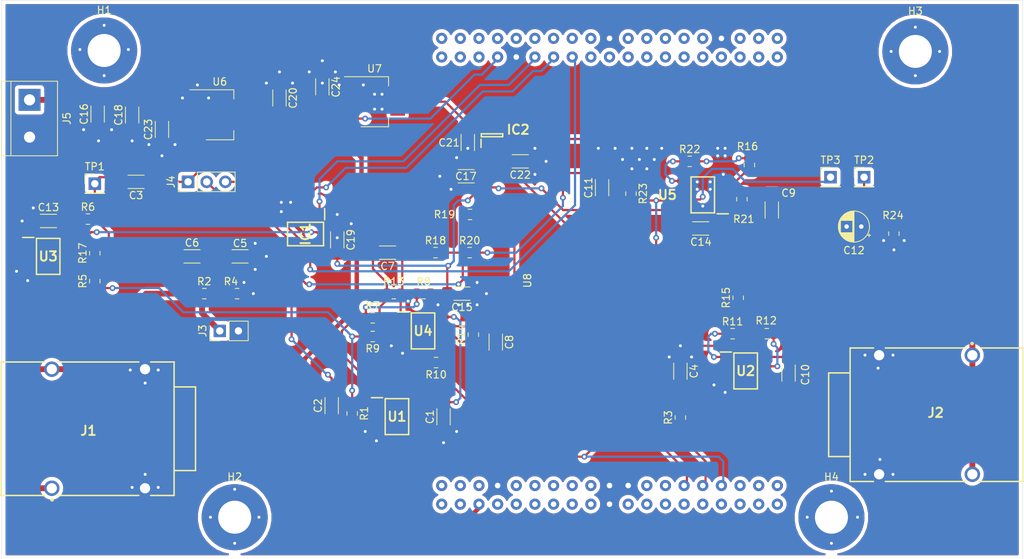
<source format=kicad_pcb>
(kicad_pcb (version 20171130) (host pcbnew 5.1.10-88a1d61d58~90~ubuntu20.04.1)
  (layers (0 F.Cu signal) (31 B.Cu signal) (34 B.Paste user) (35 F.Paste user) (36 B.SilkS user) (37 F.SilkS user) (38 B.Mask user) (39 F.Mask user) (44 Edge.Cuts user))
  (net 0 "")
  (net 1 +3V3)
  (net 2 GND)
  (net 3 "Net-(C2-Pad1)")
  (net 4 RW)
  (net 5 AUDIO_IN_W_OFFSET)
  (net 6 RH)
  (net 7 "Net-(C4-Pad2)")
  (net 8 "Net-(C5-Pad2)")
  (net 9 "Net-(C6-Pad1)")
  (net 10 "Net-(C7-Pad2)")
  (net 11 "Net-(C7-Pad1)")
  (net 12 "Net-(C8-Pad1)")
  (net 13 "Net-(C8-Pad2)")
  (net 14 "Net-(C9-Pad2)")
  (net 15 "Net-(C12-Pad2)")
  (net 16 "Net-(C11-Pad2)")
  (net 17 IN_ADC)
  (net 18 AUDIO_OUT)
  (net 19 +9V)
  (net 20 +5V)
  (net 21 Vbias)
  (net 22 INC)
  (net 23 U_D)
  (net 24 RL)
  (net 25 CS)
  (net 26 AUDIO_IN)
  (net 27 OUT_DAC)
  (net 28 "Net-(R6-Pad1)")
  (net 29 "Net-(R7-Pad1)")
  (net 30 "Net-(R9-Pad1)")
  (net 31 "Net-(R10-Pad1)")
  (net 32 "Net-(R11-Pad2)")
  (net 33 "Net-(R11-Pad1)")
  (net 34 "Net-(R12-Pad1)")
  (net 35 "Net-(R16-Pad1)")
  (net 36 "Net-(R17-Pad1)")
  (net 37 "Net-(R22-Pad1)")
  (net 38 "Net-(U8-Pad38)")
  (net 39 "Net-(U8-Pad36)")
  (net 40 "Net-(U8-Pad34)")
  (net 41 "Net-(U8-Pad26)")
  (net 42 "Net-(U8-Pad24)")
  (net 43 "Net-(U8-Pad18)")
  (net 44 "Net-(U8-Pad16)")
  (net 45 "Net-(U8-Pad14)")
  (net 46 "Net-(U8-Pad12)")
  (net 47 "Net-(U8-Pad10)")
  (net 48 "Net-(U8-Pad6)")
  (net 49 "Net-(U8-Pad4)")
  (net 50 "Net-(U8-Pad2)")
  (net 51 "Net-(U8-Pad1)")
  (net 52 "Net-(U8-Pad3)")
  (net 53 "Net-(U8-Pad7)")
  (net 54 "Net-(U8-Pad9)")
  (net 55 "Net-(U8-Pad13)")
  (net 56 "Net-(U8-Pad11)")
  (net 57 "Net-(U8-Pad15)")
  (net 58 "Net-(U8-Pad31)")
  (net 59 "Net-(U8-Pad21)")
  (net 60 "Net-(U8-Pad23)")
  (net 61 "Net-(U8-Pad25)")
  (net 62 "Net-(U8-Pad27)")
  (net 63 "Net-(U8-Pad29)")
  (net 64 "Net-(U8-Pad37)")
  (net 65 "Net-(U8-Pad33)")
  (net 66 "Net-(U8-Pad35)")
  (net 67 "Net-(U8-Pad17)")
  (net 68 "Net-(U8-Pad42)")
  (net 69 "Net-(U8-Pad50)")
  (net 70 "Net-(U8-Pad66)")
  (net 71 "Net-(U8-Pad74)")
  (net 72 "Net-(U8-Pad60)")
  (net 73 "Net-(U8-Pad68)")
  (net 74 "Net-(U8-Pad55)")
  (net 75 "Net-(U8-Pad44)")
  (net 76 "Net-(U8-Pad73)")
  (net 77 "Net-(U8-Pad75)")
  (net 78 "Net-(U8-Pad57)")
  (net 79 "Net-(U8-Pad71)")
  (net 80 "Net-(U8-Pad46)")
  (net 81 "Net-(U8-Pad56)")
  (net 82 "Net-(U8-Pad65)")
  (net 83 "Net-(U8-Pad61)")
  (net 84 "Net-(U8-Pad43)")
  (net 85 "Net-(U8-Pad76)")
  (net 86 "Net-(U8-Pad64)")
  (net 87 "Net-(U8-Pad41)")
  (net 88 "Net-(U8-Pad39)")
  (net 89 "Net-(U8-Pad40)")
  (net 90 "Net-(U8-Pad52)")
  (net 91 "Net-(U8-Pad62)")
  (net 92 "Net-(U8-Pad72)")
  (net 93 "Net-(U8-Pad67)")
  (net 94 "Net-(U8-Pad63)")
  (net 95 "Net-(U8-Pad59)")
  (net 96 "Net-(U8-Pad69)")
  (net 97 "Net-(U8-Pad54)")
  (net 98 "Net-(U8-Pad48)")
  (net 99 "Net-(U1-Pad5)")
  (net 100 "Net-(U1-Pad6)")
  (net 101 "Net-(U1-Pad7)")
  (module Capacitor_THT:CP_Radial_D4.0mm_P2.00mm (layer F.Cu) (at 197.104 97.536 180)
    (fp_text reference C12 (at 1 -3.25) (layer F.SilkS))
    (fp_text value 220u)
    (pad 2 thru_hole circle (at 2 0 180) (size 1.2 1.2) (drill 0.6) (layers *.Cu *.Mask) (net 15 "Net-(C12-Pad2)"))
    (pad 1 thru_hole rect (at 0 0 180) (size 1.2 1.2) (drill 0.6) (layers *.Cu *.Mask) (net 18 AUDIO_OUT))
  )
  (module Capacitor_SMD:C_1806_4516Metric (layer F.Cu) (at 117.856 80.01 270)
    (fp_text reference C20 (at 0 -1.85 90) (layer F.SilkS))
    (fp_text value 100n)
    (pad 2 smd roundrect (at 2 0 270) (size 1.4 1.8) (layers F.Cu F.Paste F.Mask) (roundrect_rratio 0.178571) (net 20 +5V))
    (pad 1 smd roundrect (at -2 0 270) (size 1.4 1.8) (layers F.Cu F.Paste F.Mask) (roundrect_rratio 0.178571) (net 2 GND))
  )
  (module nucleo64:nucleo64 (layer F.Cu) (at 157.734 104.902 90)
    (fp_text reference U8 (at 0 -6.096 90) (layer F.SilkS))
    (fp_text value NUCLEO64-F411RE)
    (pad 48 thru_hole circle (at 33.02 -7.62 90) (size 1.524 1.524) (drill 0.762) (layers *.Cu *.Mask) (net 98 "Net-(U8-Pad48)"))
    (pad 51 thru_hole circle (at 30.48 -2.54 90) (size 1.524 1.524) (drill 0.762) (layers *.Cu *.Mask) (net 23 U_D))
    (pad 70 thru_hole circle (at 33.02 20.32 90) (size 1.524 1.524) (drill 0.762) (layers *.Cu *.Mask) (net 2 GND))
    (pad 54 thru_hole circle (at 33.02 0 90) (size 1.524 1.524) (drill 0.762) (layers *.Cu *.Mask) (net 97 "Net-(U8-Pad54)"))
    (pad 53 thru_hole circle (at 30.48 0 90) (size 1.524 1.524) (drill 0.762) (layers *.Cu *.Mask) (net 25 CS))
    (pad 69 thru_hole circle (at 30.48 20.32 90) (size 1.524 1.524) (drill 0.762) (layers *.Cu *.Mask) (net 96 "Net-(U8-Pad69)"))
    (pad 59 thru_hole circle (at 30.48 7.62 90) (size 1.524 1.524) (drill 0.762) (layers *.Cu *.Mask) (net 95 "Net-(U8-Pad59)"))
    (pad 63 thru_hole circle (at 30.48 12.7 90) (size 1.524 1.524) (drill 0.762) (layers *.Cu *.Mask) (net 94 "Net-(U8-Pad63)"))
    (pad 67 thru_hole circle (at 30.48 17.78 90) (size 1.524 1.524) (drill 0.762) (layers *.Cu *.Mask) (net 93 "Net-(U8-Pad67)"))
    (pad 45 thru_hole circle (at 30.48 -10.16 90) (size 1.524 1.524) (drill 0.762) (layers *.Cu *.Mask) (net 20 +5V))
    (pad 72 thru_hole circle (at 33.02 22.86 90) (size 1.524 1.524) (drill 0.762) (layers *.Cu *.Mask) (net 92 "Net-(U8-Pad72)"))
    (pad 62 thru_hole circle (at 33.02 10.16 90) (size 1.524 1.524) (drill 0.762) (layers *.Cu *.Mask) (net 91 "Net-(U8-Pad62)"))
    (pad 52 thru_hole circle (at 33.02 -2.54 90) (size 1.524 1.524) (drill 0.762) (layers *.Cu *.Mask) (net 90 "Net-(U8-Pad52)"))
    (pad 40 thru_hole circle (at 33.02 -17.78 90) (size 1.524 1.524) (drill 0.762) (layers *.Cu *.Mask) (net 89 "Net-(U8-Pad40)"))
    (pad 39 thru_hole circle (at 30.48 -17.78 90) (size 1.524 1.524) (drill 0.762) (layers *.Cu *.Mask) (net 88 "Net-(U8-Pad39)"))
    (pad 41 thru_hole circle (at 30.48 -15.24 90) (size 1.524 1.524) (drill 0.762) (layers *.Cu *.Mask) (net 87 "Net-(U8-Pad41)"))
    (pad 64 thru_hole circle (at 33.02 12.7 90) (size 1.524 1.524) (drill 0.762) (layers *.Cu *.Mask) (net 86 "Net-(U8-Pad64)"))
    (pad 76 thru_hole circle (at 33.02 27.94 90) (size 1.524 1.524) (drill 0.762) (layers *.Cu *.Mask) (net 85 "Net-(U8-Pad76)"))
    (pad 58 thru_hole circle (at 33.02 5.08 90) (size 1.524 1.524) (drill 0.762) (layers *.Cu *.Mask) (net 2 GND))
    (pad 43 thru_hole circle (at 30.48 -12.7 90) (size 1.524 1.524) (drill 0.762) (layers *.Cu *.Mask) (net 84 "Net-(U8-Pad43)"))
    (pad 61 thru_hole circle (at 30.48 10.16 90) (size 1.524 1.524) (drill 0.762) (layers *.Cu *.Mask) (net 83 "Net-(U8-Pad61)"))
    (pad 65 thru_hole circle (at 30.48 15.24 90) (size 1.524 1.524) (drill 0.762) (layers *.Cu *.Mask) (net 82 "Net-(U8-Pad65)"))
    (pad 56 thru_hole circle (at 33.02 2.54 90) (size 1.524 1.524) (drill 0.762) (layers *.Cu *.Mask) (net 81 "Net-(U8-Pad56)"))
    (pad 46 thru_hole circle (at 33.02 -10.16 90) (size 1.524 1.524) (drill 0.762) (layers *.Cu *.Mask) (net 80 "Net-(U8-Pad46)"))
    (pad 71 thru_hole circle (at 30.48 22.86 90) (size 1.524 1.524) (drill 0.762) (layers *.Cu *.Mask) (net 79 "Net-(U8-Pad71)"))
    (pad 57 thru_hole circle (at 30.48 5.08 90) (size 1.524 1.524) (drill 0.762) (layers *.Cu *.Mask) (net 78 "Net-(U8-Pad57)"))
    (pad 75 thru_hole circle (at 30.48 27.94 90) (size 1.524 1.524) (drill 0.762) (layers *.Cu *.Mask) (net 77 "Net-(U8-Pad75)"))
    (pad 73 thru_hole circle (at 30.48 25.4 90) (size 1.524 1.524) (drill 0.762) (layers *.Cu *.Mask) (net 76 "Net-(U8-Pad73)"))
    (pad 44 thru_hole circle (at 33.02 -12.7 90) (size 1.524 1.524) (drill 0.762) (layers *.Cu *.Mask) (net 75 "Net-(U8-Pad44)"))
    (pad 55 thru_hole circle (at 30.48 2.54 90) (size 1.524 1.524) (drill 0.762) (layers *.Cu *.Mask) (net 74 "Net-(U8-Pad55)"))
    (pad 68 thru_hole circle (at 33.02 17.78 90) (size 1.524 1.524) (drill 0.762) (layers *.Cu *.Mask) (net 73 "Net-(U8-Pad68)"))
    (pad 60 thru_hole circle (at 33.02 7.62 90) (size 1.524 1.524) (drill 0.762) (layers *.Cu *.Mask) (net 72 "Net-(U8-Pad60)"))
    (pad 74 thru_hole circle (at 33.02 25.4 90) (size 1.524 1.524) (drill 0.762) (layers *.Cu *.Mask) (net 71 "Net-(U8-Pad74)"))
    (pad 66 thru_hole circle (at 33.02 15.24 90) (size 1.524 1.524) (drill 0.762) (layers *.Cu *.Mask) (net 70 "Net-(U8-Pad66)"))
    (pad 50 thru_hole circle (at 33.02 -5.08 90) (size 1.524 1.524) (drill 0.762) (layers *.Cu *.Mask) (net 69 "Net-(U8-Pad50)"))
    (pad 42 thru_hole circle (at 33.02 -15.24 90) (size 1.524 1.524) (drill 0.762) (layers *.Cu *.Mask) (net 68 "Net-(U8-Pad42)"))
    (pad 47 thru_hole circle (at 30.48 -7.62 90) (size 1.524 1.524) (drill 0.762) (layers *.Cu *.Mask) (net 2 GND))
    (pad 49 thru_hole circle (at 30.48 -5.08 90) (size 1.524 1.524) (drill 0.762) (layers *.Cu *.Mask) (net 22 INC))
    (pad 17 thru_hole circle (at -30.48 2.54 90) (size 1.524 1.524) (drill 0.762) (layers *.Cu *.Mask) (net 67 "Net-(U8-Pad17)"))
    (pad 35 thru_hole circle (at -30.48 25.4 90) (size 1.524 1.524) (drill 0.762) (layers *.Cu *.Mask) (net 66 "Net-(U8-Pad35)"))
    (pad 33 thru_hole circle (at -30.48 22.86 90) (size 1.524 1.524) (drill 0.762) (layers *.Cu *.Mask) (net 65 "Net-(U8-Pad33)"))
    (pad 37 thru_hole circle (at -30.48 27.94 90) (size 1.524 1.524) (drill 0.762) (layers *.Cu *.Mask) (net 64 "Net-(U8-Pad37)"))
    (pad 29 thru_hole circle (at -30.48 17.78 90) (size 1.524 1.524) (drill 0.762) (layers *.Cu *.Mask) (net 63 "Net-(U8-Pad29)"))
    (pad 27 thru_hole circle (at -30.48 15.24 90) (size 1.524 1.524) (drill 0.762) (layers *.Cu *.Mask) (net 62 "Net-(U8-Pad27)"))
    (pad 25 thru_hole circle (at -30.48 12.7 90) (size 1.524 1.524) (drill 0.762) (layers *.Cu *.Mask) (net 61 "Net-(U8-Pad25)"))
    (pad 23 thru_hole circle (at -30.48 10.16 90) (size 1.524 1.524) (drill 0.762) (layers *.Cu *.Mask) (net 60 "Net-(U8-Pad23)"))
    (pad 21 thru_hole circle (at -30.48 7.62 90) (size 1.524 1.524) (drill 0.762) (layers *.Cu *.Mask) (net 59 "Net-(U8-Pad21)"))
    (pad 31 thru_hole circle (at -30.48 20.32 90) (size 1.524 1.524) (drill 0.762) (layers *.Cu *.Mask) (net 58 "Net-(U8-Pad31)"))
    (pad 19 thru_hole circle (at -30.48 5.08 90) (size 1.524 1.524) (drill 0.762) (layers *.Cu *.Mask) (net 2 GND))
    (pad 15 thru_hole circle (at -30.48 0 90) (size 1.524 1.524) (drill 0.762) (layers *.Cu *.Mask) (net 57 "Net-(U8-Pad15)"))
    (pad 11 thru_hole circle (at -30.48 -5.08 90) (size 1.524 1.524) (drill 0.762) (layers *.Cu *.Mask) (net 56 "Net-(U8-Pad11)"))
    (pad 13 thru_hole circle (at -30.48 -2.54 90) (size 1.524 1.524) (drill 0.762) (layers *.Cu *.Mask) (net 55 "Net-(U8-Pad13)"))
    (pad 9 thru_hole circle (at -30.48 -7.62 90) (size 1.524 1.524) (drill 0.762) (layers *.Cu *.Mask) (net 54 "Net-(U8-Pad9)"))
    (pad 7 thru_hole circle (at -30.48 -10.16 90) (size 1.524 1.524) (drill 0.762) (layers *.Cu *.Mask) (net 53 "Net-(U8-Pad7)"))
    (pad 5 thru_hole circle (at -30.48 -12.7 90) (size 1.524 1.524) (drill 0.762) (layers *.Cu *.Mask) (net 20 +5V))
    (pad 3 thru_hole circle (at -30.48 -15.24 90) (size 1.524 1.524) (drill 0.762) (layers *.Cu *.Mask) (net 52 "Net-(U8-Pad3)"))
    (pad 1 thru_hole circle (at -30.48 -17.78 90) (size 1.524 1.524) (drill 0.762) (layers *.Cu *.Mask) (net 51 "Net-(U8-Pad1)"))
    (pad 2 thru_hole circle (at -27.94 -17.78 90) (size 1.524 1.524) (drill 0.762) (layers *.Cu *.Mask) (net 50 "Net-(U8-Pad2)"))
    (pad 4 thru_hole circle (at -27.94 -15.24 90) (size 1.524 1.524) (drill 0.762) (layers *.Cu *.Mask) (net 49 "Net-(U8-Pad4)"))
    (pad 6 thru_hole circle (at -27.94 -12.7 90) (size 1.524 1.524) (drill 0.762) (layers *.Cu *.Mask) (net 48 "Net-(U8-Pad6)"))
    (pad 8 thru_hole circle (at -27.94 -10.16 90) (size 1.524 1.524) (drill 0.762) (layers *.Cu *.Mask) (net 2 GND))
    (pad 10 thru_hole circle (at -27.94 -7.62 90) (size 1.524 1.524) (drill 0.762) (layers *.Cu *.Mask) (net 47 "Net-(U8-Pad10)"))
    (pad 12 thru_hole circle (at -27.94 -5.08 90) (size 1.524 1.524) (drill 0.762) (layers *.Cu *.Mask) (net 46 "Net-(U8-Pad12)"))
    (pad 14 thru_hole circle (at -27.94 -2.54 90) (size 1.524 1.524) (drill 0.762) (layers *.Cu *.Mask) (net 45 "Net-(U8-Pad14)"))
    (pad 16 thru_hole circle (at -27.94 0 90) (size 1.524 1.524) (drill 0.762) (layers *.Cu *.Mask) (net 44 "Net-(U8-Pad16)"))
    (pad 18 thru_hole circle (at -27.94 2.54 90) (size 1.524 1.524) (drill 0.762) (layers *.Cu *.Mask) (net 43 "Net-(U8-Pad18)"))
    (pad 20 thru_hole circle (at -27.94 5.08 90) (size 1.524 1.524) (drill 0.762) (layers *.Cu *.Mask) (net 2 GND))
    (pad 22 thru_hole circle (at -27.94 7.62 90) (size 1.524 1.524) (drill 0.762) (layers *.Cu *.Mask) (net 2 GND))
    (pad 24 thru_hole circle (at -27.94 10.16 90) (size 1.524 1.524) (drill 0.762) (layers *.Cu *.Mask) (net 42 "Net-(U8-Pad24)"))
    (pad 26 thru_hole circle (at -27.94 12.7 90) (size 1.524 1.524) (drill 0.762) (layers *.Cu *.Mask) (net 41 "Net-(U8-Pad26)"))
    (pad 28 thru_hole circle (at -27.94 15.24 90) (size 1.524 1.524) (drill 0.762) (layers *.Cu *.Mask) (net 17 IN_ADC))
    (pad 30 thru_hole circle (at -27.94 17.78 90) (size 1.524 1.524) (drill 0.762) (layers *.Cu *.Mask) (net 27 OUT_DAC))
    (pad 32 thru_hole circle (at -27.94 20.32 90) (size 1.524 1.524) (drill 0.762) (layers *.Cu *.Mask) (net 21 Vbias))
    (pad 34 thru_hole circle (at -27.94 22.86 90) (size 1.524 1.524) (drill 0.762) (layers *.Cu *.Mask) (net 40 "Net-(U8-Pad34)"))
    (pad 36 thru_hole circle (at -27.94 25.4 90) (size 1.524 1.524) (drill 0.762) (layers *.Cu *.Mask) (net 39 "Net-(U8-Pad36)"))
    (pad 38 thru_hole circle (at -27.94 27.94 90) (size 1.524 1.524) (drill 0.762) (layers *.Cu *.Mask) (net 38 "Net-(U8-Pad38)"))
  )
  (module Package_TO_SOT_SMD:SOT-223-3_TabPin2 (layer F.Cu) (at 130.81 80.518)
    (fp_text reference U7 (at 0 -4.5) (layer F.SilkS))
    (fp_text value AMS1117-3.3)
    (pad 1 smd rect (at -3.15 -2.3) (size 2 1.5) (layers F.Cu F.Paste F.Mask) (net 2 GND))
    (pad 3 smd rect (at -3.15 2.3) (size 2 1.5) (layers F.Cu F.Paste F.Mask) (net 20 +5V))
    (pad 2 smd rect (at -3.15 0) (size 2 1.5) (layers F.Cu F.Paste F.Mask) (net 1 +3V3))
    (pad 2 smd rect (at 3.15 0) (size 2 3.8) (layers F.Cu F.Paste F.Mask) (net 1 +3V3))
  )
  (module Package_TO_SOT_SMD:SOT-223-3_TabPin2 (layer F.Cu) (at 109.728 82.296)
    (fp_text reference U6 (at 0 -4.5) (layer F.SilkS))
    (fp_text value AMS1117-5.0)
    (pad 1 smd rect (at -3.15 -2.3) (size 2 1.5) (layers F.Cu F.Paste F.Mask) (net 2 GND))
    (pad 3 smd rect (at -3.15 2.3) (size 2 1.5) (layers F.Cu F.Paste F.Mask) (net 19 +9V))
    (pad 2 smd rect (at -3.15 0) (size 2 1.5) (layers F.Cu F.Paste F.Mask) (net 20 +5V))
    (pad 2 smd rect (at 3.15 0) (size 2 3.8) (layers F.Cu F.Paste F.Mask) (net 20 +5V))
  )
  (module TerminalBlock:TerminalBlock_bornier-2_P5.08mm (layer F.Cu) (at 83.82 80.264 270)
    (fp_text reference J5 (at 2.54 -5.08 90) (layer F.SilkS))
    (fp_text value "Power In")
    (pad 2 thru_hole circle (at 5.08 0 270) (size 3 3) (drill 1.52) (layers *.Cu *.Mask) (net 2 GND))
    (pad 1 thru_hole rect (at 0 0 270) (size 3 3) (drill 1.52) (layers *.Cu *.Mask) (net 19 +9V))
  )
  (module SamacSys_Parts:SOT95P237X112-3N (layer F.Cu) (at 146.812 85.09 90)
    (fp_text reference IC2 (at 0.762 3.556 180) (layer F.SilkS) (effects (font (size 1.27 1.27) (thickness 0.254))))
    (fp_text value ISL21080CIH315Z-TK hide)
    (pad 3 smd rect (at 1.1 0 180) (size 0.6 1.1) (layers F.Cu F.Paste F.Mask) (net 2 GND))
    (pad 2 smd rect (at -1.1 0.95 180) (size 0.6 1.1) (layers F.Cu F.Paste F.Mask) (net 21 Vbias))
    (pad 1 smd rect (at -1.1 -0.95 180) (size 0.6 1.1) (layers F.Cu F.Paste F.Mask) (net 1 +3V3))
  )
  (module Capacitor_SMD:C_1806_4516Metric (layer F.Cu) (at 123.698 78.486 270)
    (fp_text reference C24 (at 0 -1.85 90) (layer F.SilkS))
    (fp_text value 100n)
    (pad 2 smd roundrect (at 2 0 270) (size 1.4 1.8) (layers F.Cu F.Paste F.Mask) (roundrect_rratio 0.178571) (net 1 +3V3))
    (pad 1 smd roundrect (at -2 0 270) (size 1.4 1.8) (layers F.Cu F.Paste F.Mask) (roundrect_rratio 0.178571) (net 2 GND))
  )
  (module Capacitor_SMD:C_1806_4516Metric (layer F.Cu) (at 101.854 84.296 90)
    (fp_text reference C23 (at 0 -1.85 90) (layer F.SilkS))
    (fp_text value 100n)
    (pad 2 smd roundrect (at 2 0 90) (size 1.4 1.8) (layers F.Cu F.Paste F.Mask) (roundrect_rratio 0.178571) (net 20 +5V))
    (pad 1 smd roundrect (at -2 0 90) (size 1.4 1.8) (layers F.Cu F.Paste F.Mask) (roundrect_rratio 0.178571) (net 2 GND))
  )
  (module Capacitor_SMD:C_1806_4516Metric (layer F.Cu) (at 150.654 88.646 180)
    (fp_text reference C22 (at 0 -1.85) (layer F.SilkS))
    (fp_text value 10n)
    (pad 2 smd roundrect (at 2 0 180) (size 1.4 1.8) (layers F.Cu F.Paste F.Mask) (roundrect_rratio 0.178571) (net 21 Vbias))
    (pad 1 smd roundrect (at -2 0 180) (size 1.4 1.8) (layers F.Cu F.Paste F.Mask) (roundrect_rratio 0.178571) (net 2 GND))
  )
  (module Capacitor_SMD:C_1806_4516Metric (layer F.Cu) (at 143.51 86.074 90)
    (fp_text reference C21 (at -0.032 -2.54 180) (layer F.SilkS))
    (fp_text value 10n)
    (pad 2 smd roundrect (at 2 0 90) (size 1.4 1.8) (layers F.Cu F.Paste F.Mask) (roundrect_rratio 0.178571) (net 1 +3V3))
    (pad 1 smd roundrect (at -2 0 90) (size 1.4 1.8) (layers F.Cu F.Paste F.Mask) (roundrect_rratio 0.178571) (net 2 GND))
  )
  (module Capacitor_SMD:C_1806_4516Metric (layer F.Cu) (at 97.79 82.328 90)
    (fp_text reference C18 (at 0 -1.85 90) (layer F.SilkS))
    (fp_text value 100n)
    (pad 2 smd roundrect (at 2 0 90) (size 1.4 1.8) (layers F.Cu F.Paste F.Mask) (roundrect_rratio 0.178571) (net 19 +9V))
    (pad 1 smd roundrect (at -2 0 90) (size 1.4 1.8) (layers F.Cu F.Paste F.Mask) (roundrect_rratio 0.178571) (net 2 GND))
  )
  (module Capacitor_SMD:C_1806_4516Metric (layer F.Cu) (at 143.288 90.678)
    (fp_text reference C17 (at -0.032 0) (layer F.SilkS))
    (fp_text value 10u)
    (pad 2 smd roundrect (at 2 0) (size 1.4 1.8) (layers F.Cu F.Paste F.Mask) (roundrect_rratio 0.178571) (net 1 +3V3))
    (pad 1 smd roundrect (at -2 0) (size 1.4 1.8) (layers F.Cu F.Paste F.Mask) (roundrect_rratio 0.178571) (net 2 GND))
  )
  (module Capacitor_SMD:C_1806_4516Metric (layer F.Cu) (at 105.95 101.6)
    (fp_text reference C6 (at 0 -1.85) (layer F.SilkS))
    (fp_text value 4.7u)
    (pad 2 smd roundrect (at 2 0) (size 1.4 1.8) (layers F.Cu F.Paste F.Mask) (roundrect_rratio 0.178571) (net 8 "Net-(C5-Pad2)"))
    (pad 1 smd roundrect (at -2 0) (size 1.4 1.8) (layers F.Cu F.Paste F.Mask) (roundrect_rratio 0.178571) (net 9 "Net-(C6-Pad1)"))
  )
  (module MountingHole:MountingHole_4.5mm_Pad (layer F.Cu) (at 193.04 137.16)
    (fp_text reference H4 (at 0 -5.5) (layer F.SilkS))
    (fp_text value MountingHole)
    (pad 1 thru_hole circle (at 0 0) (size 9 9) (drill 4.5) (layers *.Cu *.Mask))
  )
  (module MountingHole:MountingHole_4.5mm_Pad (layer F.Cu) (at 204.47 73.66)
    (fp_text reference H3 (at 0 -5.5) (layer F.SilkS))
    (fp_text value MountingHole)
    (pad 1 thru_hole circle (at 0 0) (size 9 9) (drill 4.5) (layers *.Cu *.Mask))
  )
  (module MountingHole:MountingHole_4.5mm_Pad (layer F.Cu) (at 111.76 137.16)
    (fp_text reference H2 (at 0 -5.5) (layer F.SilkS))
    (fp_text value MountingHole)
    (pad 1 thru_hole circle (at 0 0) (size 9 9) (drill 4.5) (layers *.Cu *.Mask))
  )
  (module MountingHole:MountingHole_4.5mm_Pad (layer F.Cu) (at 93.98 73.533)
    (fp_text reference H1 (at 0 -5.5) (layer F.SilkS))
    (fp_text value MountingHole)
    (pad 1 thru_hole circle (at 0 0) (size 9 9) (drill 4.5) (layers *.Cu *.Mask))
  )
  (module Resistor_SMD:R_0805_2012Metric (layer F.Cu) (at 130.556 112.522 180)
    (fp_text reference R9 (at 0 -1.65) (layer F.SilkS))
    (fp_text value 1k)
    (pad 2 smd roundrect (at 0.9375 0 180) (size 0.975 1.4) (layers F.Cu F.Paste F.Mask) (net 21 Vbias))
    (pad 1 smd roundrect (at -0.9375 0 180) (size 0.975 1.4) (layers F.Cu F.Paste F.Mask) (net 30 "Net-(R9-Pad1)"))
  )
  (module Capacitor_SMD:C_1806_4516Metric (layer F.Cu) (at 140.208 123.476 90)
    (fp_text reference C1 (at 0 -1.85 90) (layer F.SilkS))
    (fp_text value 100n)
    (pad 2 smd roundrect (at 2 0 90) (size 1.4 1.8) (layers F.Cu F.Paste F.Mask) (roundrect_rratio 0.178571) (net 1 +3V3))
    (pad 1 smd roundrect (at -2 0 90) (size 1.4 1.8) (layers F.Cu F.Paste F.Mask) (roundrect_rratio 0.178571) (net 2 GND))
  )
  (module Capacitor_SMD:C_1806_4516Metric (layer F.Cu) (at 124.968 121.952 90)
    (fp_text reference C2 (at 0 -1.85 90) (layer F.SilkS))
    (fp_text value 10u)
    (pad 1 smd roundrect (at -2 0 90) (size 1.4 1.8) (layers F.Cu F.Paste F.Mask) (roundrect_rratio 0.178571) (net 3 "Net-(C2-Pad1)"))
    (pad 2 smd roundrect (at 2 0 90) (size 1.4 1.8) (layers F.Cu F.Paste F.Mask) (roundrect_rratio 0.178571) (net 4 RW))
  )
  (module Capacitor_SMD:C_1806_4516Metric (layer F.Cu) (at 98.33 91.44 180)
    (fp_text reference C3 (at 0 -1.85) (layer F.SilkS))
    (fp_text value 4.7u)
    (pad 2 smd roundrect (at 2 0 180) (size 1.4 1.8) (layers F.Cu F.Paste F.Mask) (roundrect_rratio 0.178571) (net 5 AUDIO_IN_W_OFFSET))
    (pad 1 smd roundrect (at -2 0 180) (size 1.4 1.8) (layers F.Cu F.Paste F.Mask) (roundrect_rratio 0.178571) (net 6 RH))
  )
  (module Capacitor_SMD:C_1806_4516Metric (layer F.Cu) (at 172.466 117.253 270)
    (fp_text reference C4 (at 0 -1.85 90) (layer F.SilkS))
    (fp_text value 1n)
    (pad 1 smd roundrect (at -2 0 270) (size 1.4 1.8) (layers F.Cu F.Paste F.Mask) (roundrect_rratio 0.178571) (net 2 GND))
    (pad 2 smd roundrect (at 2 0 270) (size 1.4 1.8) (layers F.Cu F.Paste F.Mask) (roundrect_rratio 0.178571) (net 7 "Net-(C4-Pad2)"))
  )
  (module Capacitor_SMD:C_1806_4516Metric (layer F.Cu) (at 112.49 101.6 180)
    (fp_text reference C5 (at 0 1.778) (layer F.SilkS))
    (fp_text value 1n)
    (pad 2 smd roundrect (at 2 0 180) (size 1.4 1.8) (layers F.Cu F.Paste F.Mask) (roundrect_rratio 0.178571) (net 8 "Net-(C5-Pad2)"))
    (pad 1 smd roundrect (at -2 0 180) (size 1.4 1.8) (layers F.Cu F.Paste F.Mask) (roundrect_rratio 0.178571) (net 2 GND))
  )
  (module Capacitor_SMD:C_1806_4516Metric (layer F.Cu) (at 132.588 101.092 180)
    (fp_text reference C7 (at 0 -1.85) (layer F.SilkS))
    (fp_text value 100p)
    (pad 2 smd roundrect (at 2 0 180) (size 1.4 1.8) (layers F.Cu F.Paste F.Mask) (roundrect_rratio 0.178571) (net 10 "Net-(C7-Pad2)"))
    (pad 1 smd roundrect (at -2 0 180) (size 1.4 1.8) (layers F.Cu F.Paste F.Mask) (roundrect_rratio 0.178571) (net 11 "Net-(C7-Pad1)"))
  )
  (module Capacitor_SMD:C_1806_4516Metric (layer F.Cu) (at 147.32 113.284 270)
    (fp_text reference C8 (at 0 -1.85 90) (layer F.SilkS))
    (fp_text value 100p)
    (pad 1 smd roundrect (at -2 0 270) (size 1.4 1.8) (layers F.Cu F.Paste F.Mask) (roundrect_rratio 0.178571) (net 12 "Net-(C8-Pad1)"))
    (pad 2 smd roundrect (at 2 0 270) (size 1.4 1.8) (layers F.Cu F.Paste F.Mask) (roundrect_rratio 0.178571) (net 13 "Net-(C8-Pad2)"))
  )
  (module Capacitor_SMD:C_1806_4516Metric (layer F.Cu) (at 184.912 95.282 90)
    (fp_text reference C9 (at 2.318 2.286 180) (layer F.SilkS))
    (fp_text value 470p)
    (pad 2 smd roundrect (at 2 0 90) (size 1.4 1.8) (layers F.Cu F.Paste F.Mask) (roundrect_rratio 0.178571) (net 14 "Net-(C9-Pad2)"))
    (pad 1 smd roundrect (at -2 0 90) (size 1.4 1.8) (layers F.Cu F.Paste F.Mask) (roundrect_rratio 0.178571) (net 15 "Net-(C12-Pad2)"))
  )
  (module Capacitor_SMD:C_1806_4516Metric (layer F.Cu) (at 187.198 117.507 90)
    (fp_text reference C10 (at -0.222 2.286 90) (layer F.SilkS))
    (fp_text value 100n)
    (pad 1 smd roundrect (at -2 0 90) (size 1.4 1.8) (layers F.Cu F.Paste F.Mask) (roundrect_rratio 0.178571) (net 2 GND))
    (pad 2 smd roundrect (at 2 0 90) (size 1.4 1.8) (layers F.Cu F.Paste F.Mask) (roundrect_rratio 0.178571) (net 1 +3V3))
  )
  (module Capacitor_SMD:C_1806_4516Metric (layer F.Cu) (at 161.798 92.234 90)
    (fp_text reference C11 (at 0 -1.85 90) (layer F.SilkS))
    (fp_text value 470p)
    (pad 2 smd roundrect (at 2 0 90) (size 1.4 1.8) (layers F.Cu F.Paste F.Mask) (roundrect_rratio 0.178571) (net 16 "Net-(C11-Pad2)"))
    (pad 1 smd roundrect (at -2 0 90) (size 1.4 1.8) (layers F.Cu F.Paste F.Mask) (roundrect_rratio 0.178571) (net 17 IN_ADC))
  )
  (module Capacitor_SMD:C_1806_4516Metric (layer F.Cu) (at 86.392 96.774)
    (fp_text reference C13 (at 0 -1.85) (layer F.SilkS))
    (fp_text value 100n)
    (pad 2 smd roundrect (at 2 0) (size 1.4 1.8) (layers F.Cu F.Paste F.Mask) (roundrect_rratio 0.178571) (net 1 +3V3))
    (pad 1 smd roundrect (at -2 0) (size 1.4 1.8) (layers F.Cu F.Paste F.Mask) (roundrect_rratio 0.178571) (net 2 GND))
  )
  (module Capacitor_SMD:C_1806_4516Metric (layer F.Cu) (at 175.228 97.79 180)
    (fp_text reference C14 (at -0.032 -1.85) (layer F.SilkS))
    (fp_text value 100n)
    (pad 2 smd roundrect (at 2 0 180) (size 1.4 1.8) (layers F.Cu F.Paste F.Mask) (roundrect_rratio 0.178571) (net 1 +3V3))
    (pad 1 smd roundrect (at -2 0 180) (size 1.4 1.8) (layers F.Cu F.Paste F.Mask) (roundrect_rratio 0.178571) (net 2 GND))
  )
  (module Capacitor_SMD:C_1806_4516Metric (layer F.Cu) (at 142.716 106.68 180)
    (fp_text reference C15 (at 0 -1.85) (layer F.SilkS))
    (fp_text value 100n)
    (pad 1 smd roundrect (at -2 0 180) (size 1.4 1.8) (layers F.Cu F.Paste F.Mask) (roundrect_rratio 0.178571) (net 2 GND))
    (pad 2 smd roundrect (at 2 0 180) (size 1.4 1.8) (layers F.Cu F.Paste F.Mask) (roundrect_rratio 0.178571) (net 1 +3V3))
  )
  (module Capacitor_SMD:C_1806_4516Metric (layer F.Cu) (at 93.091 82.201 90)
    (fp_text reference C16 (at 0 -1.85 90) (layer F.SilkS))
    (fp_text value 10u)
    (pad 2 smd roundrect (at 2 0 90) (size 1.4 1.8) (layers F.Cu F.Paste F.Mask) (roundrect_rratio 0.178571) (net 19 +9V))
    (pad 1 smd roundrect (at -2 0 90) (size 1.4 1.8) (layers F.Cu F.Paste F.Mask) (roundrect_rratio 0.178571) (net 2 GND))
  )
  (module Capacitor_SMD:C_1806_4516Metric (layer F.Cu) (at 125.73 99.346 270)
    (fp_text reference C19 (at 0 -1.85 90) (layer F.SilkS))
    (fp_text value 100n)
    (pad 1 smd roundrect (at -2 0 270) (size 1.4 1.8) (layers F.Cu F.Paste F.Mask) (roundrect_rratio 0.178571) (net 2 GND))
    (pad 2 smd roundrect (at 2 0 270) (size 1.4 1.8) (layers F.Cu F.Paste F.Mask) (roundrect_rratio 0.178571) (net 1 +3V3))
  )
  (module SamacSys_Parts:SOIC127P600X175-8N (layer F.Cu) (at 121.412 98.552 270)
    (fp_text reference IC1 (at 0 0 90) (layer F.SilkS) (effects (font (size 1.27 1.27) (thickness 0.254))))
    (fp_text value X9C104SIZ hide)
    (pad 1 smd rect (at -2.712 -1.905) (size 0.7 1.525) (layers F.Cu F.Paste F.Mask) (net 22 INC))
    (pad 2 smd rect (at -2.712 -0.635) (size 0.7 1.525) (layers F.Cu F.Paste F.Mask) (net 23 U_D))
    (pad 3 smd rect (at -2.712 0.635) (size 0.7 1.525) (layers F.Cu F.Paste F.Mask) (net 6 RH))
    (pad 4 smd rect (at -2.712 1.905) (size 0.7 1.525) (layers F.Cu F.Paste F.Mask) (net 2 GND))
    (pad 5 smd rect (at 2.712 1.905) (size 0.7 1.525) (layers F.Cu F.Paste F.Mask) (net 4 RW))
    (pad 6 smd rect (at 2.712 0.635) (size 0.7 1.525) (layers F.Cu F.Paste F.Mask) (net 24 RL))
    (pad 7 smd rect (at 2.712 -0.635) (size 0.7 1.525) (layers F.Cu F.Paste F.Mask) (net 25 CS))
    (pad 8 smd rect (at 2.712 -1.905) (size 0.7 1.525) (layers F.Cu F.Paste F.Mask) (net 1 +3V3))
  )
  (module SamacSys_Parts:NMJ4HCD2 (layer F.Cu) (at 103.505 125.095)
    (fp_text reference J1 (at -11.659 0.271) (layer F.SilkS) (effects (font (size 1.27 1.27) (thickness 0.254))))
    (fp_text value NMJ4HCD2 hide)
    (pad 4 thru_hole circle (at -16.655 -8.115) (size 2.1 2.1) (drill 1.4) (layers *.Cu *.Mask) (net 26 AUDIO_IN))
    (pad 3 thru_hole circle (at -3.955 -8.115) (size 2.1 2.1) (drill 1.4) (layers *.Cu *.Mask) (net 2 GND))
    (pad 2 thru_hole circle (at -3.955 8.115) (size 2.1 2.1) (drill 1.4) (layers *.Cu *.Mask) (net 2 GND))
    (pad 1 thru_hole circle (at -16.655 8.115) (size 2.1 2.1) (drill 1.4) (layers *.Cu *.Mask) (net 26 AUDIO_IN))
  )
  (module SamacSys_Parts:NMJ4HCD2 (layer F.Cu) (at 195.58 123.19 180)
    (fp_text reference J2 (at -11.659 0.271) (layer F.SilkS) (effects (font (size 1.27 1.27) (thickness 0.254))))
    (fp_text value NMJ4HCD2 hide)
    (pad 1 thru_hole circle (at -16.655 8.115 180) (size 2.1 2.1) (drill 1.4) (layers *.Cu *.Mask) (net 18 AUDIO_OUT))
    (pad 2 thru_hole circle (at -3.955 8.115 180) (size 2.1 2.1) (drill 1.4) (layers *.Cu *.Mask) (net 2 GND))
    (pad 3 thru_hole circle (at -3.955 -8.115 180) (size 2.1 2.1) (drill 1.4) (layers *.Cu *.Mask) (net 2 GND))
    (pad 4 thru_hole circle (at -16.655 -8.115 180) (size 2.1 2.1) (drill 1.4) (layers *.Cu *.Mask) (net 18 AUDIO_OUT))
  )
  (module Connector_PinHeader_2.54mm:PinHeader_1x02_P2.54mm_Vertical (layer F.Cu) (at 109.728 111.76 90)
    (fp_text reference J3 (at 0 -2.33 90) (layer F.SilkS))
    (fp_text value "audio input")
    (pad 1 thru_hole rect (at 0 0 90) (size 1.7 1.7) (drill 1) (layers *.Cu *.Mask) (net 26 AUDIO_IN))
    (pad 2 thru_hole oval (at 0 2.54 90) (size 1.7 1.7) (drill 1) (layers *.Cu *.Mask) (net 2 GND))
  )
  (module Connector_PinHeader_2.54mm:PinHeader_1x03_P2.54mm_Vertical (layer F.Cu) (at 105.41 91.44 90)
    (fp_text reference J4 (at 0 -2.33 90) (layer F.SilkS))
    (fp_text value POT_CON)
    (pad 3 thru_hole oval (at 0 5.08 90) (size 1.7 1.7) (drill 1) (layers *.Cu *.Mask) (net 24 RL))
    (pad 2 thru_hole oval (at 0 2.54 90) (size 1.7 1.7) (drill 1) (layers *.Cu *.Mask) (net 4 RW))
    (pad 1 thru_hole rect (at 0 0 90) (size 1.7 1.7) (drill 1) (layers *.Cu *.Mask) (net 6 RH))
  )
  (module Resistor_SMD:R_0805_2012Metric (layer F.Cu) (at 127.762 123.0145 270)
    (fp_text reference R1 (at 0 -1.65 90) (layer F.SilkS))
    (fp_text value 47k)
    (pad 1 smd roundrect (at -0.9375 0 270) (size 0.975 1.4) (layers F.Cu F.Paste F.Mask) (net 21 Vbias))
    (pad 2 smd roundrect (at 0.9375 0 270) (size 0.975 1.4) (layers F.Cu F.Paste F.Mask) (net 3 "Net-(C2-Pad1)"))
  )
  (module Resistor_SMD:R_0805_2012Metric (layer F.Cu) (at 107.6175 106.68)
    (fp_text reference R2 (at 0 -1.65) (layer F.SilkS))
    (fp_text value 100)
    (pad 2 smd roundrect (at 0.9375 0) (size 0.975 1.4) (layers F.Cu F.Paste F.Mask) (net 8 "Net-(C5-Pad2)"))
    (pad 1 smd roundrect (at -0.9375 0) (size 0.975 1.4) (layers F.Cu F.Paste F.Mask) (net 26 AUDIO_IN))
  )
  (module Resistor_SMD:R_0805_2012Metric (layer F.Cu) (at 172.466 123.571 90)
    (fp_text reference R3 (at 0 -1.65 90) (layer F.SilkS))
    (fp_text value 5.1k)
    (pad 2 smd roundrect (at 0.9375 0 90) (size 0.975 1.4) (layers F.Cu F.Paste F.Mask) (net 7 "Net-(C4-Pad2)"))
    (pad 1 smd roundrect (at -0.9375 0 90) (size 0.975 1.4) (layers F.Cu F.Paste F.Mask) (net 27 OUT_DAC))
  )
  (module Resistor_SMD:R_0805_2012Metric (layer F.Cu) (at 112.0925 106.68)
    (fp_text reference R4 (at -0.8405 -1.65) (layer F.SilkS))
    (fp_text value 22k)
    (pad 1 smd roundrect (at -0.9375 0) (size 0.975 1.4) (layers F.Cu F.Paste F.Mask) (net 8 "Net-(C5-Pad2)"))
    (pad 2 smd roundrect (at 0.9375 0) (size 0.975 1.4) (layers F.Cu F.Paste F.Mask) (net 2 GND))
  )
  (module Resistor_SMD:R_0805_2012Metric (layer F.Cu) (at 92.71 104.9805 90)
    (fp_text reference R5 (at 0 -1.65 90) (layer F.SilkS))
    (fp_text value 22k)
    (pad 1 smd roundrect (at -0.9375 0 90) (size 0.975 1.4) (layers F.Cu F.Paste F.Mask) (net 21 Vbias))
    (pad 2 smd roundrect (at 0.9375 0 90) (size 0.975 1.4) (layers F.Cu F.Paste F.Mask) (net 9 "Net-(C6-Pad1)"))
  )
  (module Resistor_SMD:R_0805_2012Metric (layer F.Cu) (at 91.7725 96.52)
    (fp_text reference R6 (at 0 -1.65) (layer F.SilkS))
    (fp_text value 10)
    (pad 1 smd roundrect (at -0.9375 0) (size 0.975 1.4) (layers F.Cu F.Paste F.Mask) (net 28 "Net-(R6-Pad1)"))
    (pad 2 smd roundrect (at 0.9375 0) (size 0.975 1.4) (layers F.Cu F.Paste F.Mask) (net 5 AUDIO_IN_W_OFFSET))
  )
  (module Resistor_SMD:R_0805_2012Metric (layer F.Cu) (at 130.556 109.982)
    (fp_text reference R7 (at 0 -1.65) (layer F.SilkS))
    (fp_text value 1k)
    (pad 2 smd roundrect (at 0.9375 0) (size 0.975 1.4) (layers F.Cu F.Paste F.Mask) (net 10 "Net-(C7-Pad2)"))
    (pad 1 smd roundrect (at -0.9375 0) (size 0.975 1.4) (layers F.Cu F.Paste F.Mask) (net 29 "Net-(R7-Pad1)"))
  )
  (module Resistor_SMD:R_0805_2012Metric (layer F.Cu) (at 137.4925 106.68)
    (fp_text reference R8 (at 0 -1.65) (layer F.SilkS))
    (fp_text value 1k)
    (pad 2 smd roundrect (at 0.9375 0) (size 0.975 1.4) (layers F.Cu F.Paste F.Mask) (net 13 "Net-(C8-Pad2)"))
    (pad 1 smd roundrect (at -0.9375 0) (size 0.975 1.4) (layers F.Cu F.Paste F.Mask) (net 29 "Net-(R7-Pad1)"))
  )
  (module Resistor_SMD:R_0805_2012Metric (layer F.Cu) (at 139.192 116.078 180)
    (fp_text reference R10 (at 0 -1.65) (layer F.SilkS))
    (fp_text value 1k)
    (pad 2 smd roundrect (at 0.9375 0 180) (size 0.975 1.4) (layers F.Cu F.Paste F.Mask) (net 21 Vbias))
    (pad 1 smd roundrect (at -0.9375 0 180) (size 0.975 1.4) (layers F.Cu F.Paste F.Mask) (net 31 "Net-(R10-Pad1)"))
  )
  (module Resistor_SMD:R_0805_2012Metric (layer F.Cu) (at 179.578 112.141)
    (fp_text reference R11 (at 0 -1.65) (layer F.SilkS))
    (fp_text value 10)
    (pad 2 smd roundrect (at 0.9375 0) (size 0.975 1.4) (layers F.Cu F.Paste F.Mask) (net 32 "Net-(R11-Pad2)"))
    (pad 1 smd roundrect (at -0.9375 0) (size 0.975 1.4) (layers F.Cu F.Paste F.Mask) (net 33 "Net-(R11-Pad1)"))
  )
  (module Resistor_SMD:R_0805_2012Metric (layer F.Cu) (at 184.2285 112.141 180)
    (fp_text reference R12 (at 0.0785 1.778) (layer F.SilkS))
    (fp_text value 10)
    (pad 1 smd roundrect (at -0.9375 0 180) (size 0.975 1.4) (layers F.Cu F.Paste F.Mask) (net 34 "Net-(R12-Pad1)"))
    (pad 2 smd roundrect (at 0.9375 0 180) (size 0.975 1.4) (layers F.Cu F.Paste F.Mask) (net 32 "Net-(R11-Pad2)"))
  )
  (module Resistor_SMD:R_0805_2012Metric (layer F.Cu) (at 133.4285 106.68)
    (fp_text reference R13 (at 0 -1.65) (layer F.SilkS))
    (fp_text value 10k)
    (pad 2 smd roundrect (at 0.9375 0) (size 0.975 1.4) (layers F.Cu F.Paste F.Mask) (net 11 "Net-(C7-Pad1)"))
    (pad 1 smd roundrect (at -0.9375 0) (size 0.975 1.4) (layers F.Cu F.Paste F.Mask) (net 10 "Net-(C7-Pad2)"))
  )
  (module Resistor_SMD:R_0805_2012Metric (layer F.Cu) (at 144.272 112.268 90)
    (fp_text reference R14 (at 0 -1.65 90) (layer F.SilkS))
    (fp_text value 10k)
    (pad 2 smd roundrect (at 0.9375 0 90) (size 0.975 1.4) (layers F.Cu F.Paste F.Mask) (net 12 "Net-(C8-Pad1)"))
    (pad 1 smd roundrect (at -0.9375 0 90) (size 0.975 1.4) (layers F.Cu F.Paste F.Mask) (net 13 "Net-(C8-Pad2)"))
  )
  (module Resistor_SMD:R_0805_2012Metric (layer F.Cu) (at 180.34 107.2365 90)
    (fp_text reference R15 (at 0 -1.65 90) (layer F.SilkS))
    (fp_text value 10k)
    (pad 2 smd roundrect (at 0.9375 0 90) (size 0.975 1.4) (layers F.Cu F.Paste F.Mask) (net 14 "Net-(C9-Pad2)"))
    (pad 1 smd roundrect (at -0.9375 0 90) (size 0.975 1.4) (layers F.Cu F.Paste F.Mask) (net 32 "Net-(R11-Pad2)"))
  )
  (module Resistor_SMD:R_0805_2012Metric (layer F.Cu) (at 181.864 89.154 90)
    (fp_text reference R16 (at 2.54 -0.254 180) (layer F.SilkS))
    (fp_text value 1k)
    (pad 1 smd roundrect (at -0.9375 0 90) (size 0.975 1.4) (layers F.Cu F.Paste F.Mask) (net 35 "Net-(R16-Pad1)"))
    (pad 2 smd roundrect (at 0.9375 0 90) (size 0.975 1.4) (layers F.Cu F.Paste F.Mask) (net 21 Vbias))
  )
  (module Resistor_SMD:R_0805_2012Metric (layer F.Cu) (at 92.71 101.1705 90)
    (fp_text reference R17 (at 0 -1.65 90) (layer F.SilkS))
    (fp_text value 10)
    (pad 1 smd roundrect (at -0.9375 0 90) (size 0.975 1.4) (layers F.Cu F.Paste F.Mask) (net 36 "Net-(R17-Pad1)"))
    (pad 2 smd roundrect (at 0.9375 0 90) (size 0.975 1.4) (layers F.Cu F.Paste F.Mask) (net 5 AUDIO_IN_W_OFFSET))
  )
  (module Resistor_SMD:R_0805_2012Metric (layer F.Cu) (at 139.1135 101.092)
    (fp_text reference R18 (at 0 -1.65) (layer F.SilkS))
    (fp_text value 10)
    (pad 1 smd roundrect (at -0.9375 0) (size 0.975 1.4) (layers F.Cu F.Paste F.Mask) (net 11 "Net-(C7-Pad1)"))
    (pad 2 smd roundrect (at 0.9375 0) (size 0.975 1.4) (layers F.Cu F.Paste F.Mask) (net 24 RL))
  )
  (module Resistor_SMD:R_0805_2012Metric (layer F.Cu) (at 143.8125 95.885 180)
    (fp_text reference R19 (at 3.4775 0) (layer F.SilkS))
    (fp_text value 10)
    (pad 1 smd roundrect (at -0.9375 0 180) (size 0.975 1.4) (layers F.Cu F.Paste F.Mask) (net 12 "Net-(C8-Pad1)"))
    (pad 2 smd roundrect (at 0.9375 0 180) (size 0.975 1.4) (layers F.Cu F.Paste F.Mask) (net 24 RL))
  )
  (module Resistor_SMD:R_0805_2012Metric (layer F.Cu) (at 143.764 101.092)
    (fp_text reference R20 (at 0 -1.65) (layer F.SilkS))
    (fp_text value 1k)
    (pad 2 smd roundrect (at 0.9375 0) (size 0.975 1.4) (layers F.Cu F.Paste F.Mask) (net 16 "Net-(C11-Pad2)"))
    (pad 1 smd roundrect (at -0.9375 0) (size 0.975 1.4) (layers F.Cu F.Paste F.Mask) (net 24 RL))
  )
  (module Resistor_SMD:R_0805_2012Metric (layer F.Cu) (at 180.848 93.8045 270)
    (fp_text reference R21 (at 2.7155 -0.254 180) (layer F.SilkS))
    (fp_text value 1k)
    (pad 1 smd roundrect (at -0.9375 0 270) (size 0.975 1.4) (layers F.Cu F.Paste F.Mask) (net 14 "Net-(C9-Pad2)"))
    (pad 2 smd roundrect (at 0.9375 0 270) (size 0.975 1.4) (layers F.Cu F.Paste F.Mask) (net 15 "Net-(C12-Pad2)"))
  )
  (module Resistor_SMD:R_0805_2012Metric (layer F.Cu) (at 173.736 88.646)
    (fp_text reference R22 (at 0 -1.65) (layer F.SilkS))
    (fp_text value 1k)
    (pad 2 smd roundrect (at 0.9375 0) (size 0.975 1.4) (layers F.Cu F.Paste F.Mask) (net 21 Vbias))
    (pad 1 smd roundrect (at -0.9375 0) (size 0.975 1.4) (layers F.Cu F.Paste F.Mask) (net 37 "Net-(R22-Pad1)"))
  )
  (module Resistor_SMD:R_0805_2012Metric (layer F.Cu) (at 165.735 93.0425 270)
    (fp_text reference R23 (at 0 -1.65 90) (layer F.SilkS))
    (fp_text value 10k)
    (pad 1 smd roundrect (at -0.9375 0 270) (size 0.975 1.4) (layers F.Cu F.Paste F.Mask) (net 16 "Net-(C11-Pad2)"))
    (pad 2 smd roundrect (at 0.9375 0 270) (size 0.975 1.4) (layers F.Cu F.Paste F.Mask) (net 17 IN_ADC))
  )
  (module Resistor_SMD:R_0805_2012Metric (layer F.Cu) (at 201.549 98.5035 270)
    (fp_text reference R24 (at -2.4915 0.127 180) (layer F.SilkS))
    (fp_text value 1k)
    (pad 1 smd roundrect (at -0.9375 0 270) (size 0.975 1.4) (layers F.Cu F.Paste F.Mask) (net 18 AUDIO_OUT))
    (pad 2 smd roundrect (at 0.9375 0 270) (size 0.975 1.4) (layers F.Cu F.Paste F.Mask) (net 2 GND))
  )
  (module Connector_PinHeader_2.54mm:PinHeader_1x01_P2.54mm_Vertical (layer F.Cu) (at 92.71 91.694)
    (fp_text reference TP1 (at 0 -2.33) (layer F.SilkS))
    (fp_text value TestPoint)
    (pad 1 thru_hole rect (at 0 0) (size 1.7 1.7) (drill 1) (layers *.Cu *.Mask) (net 5 AUDIO_IN_W_OFFSET))
  )
  (module Connector_PinHeader_2.54mm:PinHeader_1x01_P2.54mm_Vertical (layer F.Cu) (at 197.485 90.805)
    (fp_text reference TP2 (at 0 -2.33) (layer F.SilkS))
    (fp_text value TestPoint)
    (pad 1 thru_hole rect (at 0 0) (size 1.7 1.7) (drill 1) (layers *.Cu *.Mask) (net 15 "Net-(C12-Pad2)"))
  )
  (module Connector_PinHeader_2.54mm:PinHeader_1x01_P2.54mm_Vertical (layer F.Cu) (at 192.913 90.805)
    (fp_text reference TP3 (at 0 -2.33) (layer F.SilkS))
    (fp_text value TestPoint)
    (pad 1 thru_hole rect (at 0 0) (size 1.7 1.7) (drill 1) (layers *.Cu *.Mask) (net 17 IN_ADC))
  )
  (module SamacSys_Parts:NE555DR (layer F.Cu) (at 133.858 123.444)
    (fp_text reference U1 (at 0 0) (layer F.SilkS) (effects (font (size 1.27 1.27) (thickness 0.254))))
    (fp_text value NE5532 hide)
    (pad 1 smd rect (at -2.712 -1.905 90) (size 0.65 1.525) (layers F.Cu F.Paste) (net 29 "Net-(R7-Pad1)"))
    (pad 2 smd rect (at -2.712 -0.635 90) (size 0.65 1.525) (layers F.Cu F.Paste) (net 29 "Net-(R7-Pad1)"))
    (pad 3 smd rect (at -2.712 0.635 90) (size 0.65 1.525) (layers F.Cu F.Paste) (net 3 "Net-(C2-Pad1)"))
    (pad 4 smd rect (at -2.712 1.905 90) (size 0.65 1.525) (layers F.Cu F.Paste) (net 2 GND))
    (pad 5 smd rect (at 2.712 1.905 90) (size 0.65 1.525) (layers F.Cu F.Paste) (net 99 "Net-(U1-Pad5)"))
    (pad 6 smd rect (at 2.712 0.635 90) (size 0.65 1.525) (layers F.Cu F.Paste) (net 100 "Net-(U1-Pad6)"))
    (pad 7 smd rect (at 2.712 -0.635 90) (size 0.65 1.525) (layers F.Cu F.Paste) (net 101 "Net-(U1-Pad7)"))
    (pad 8 smd rect (at 2.712 -1.905 90) (size 0.65 1.525) (layers F.Cu F.Paste) (net 1 +3V3))
  )
  (module SamacSys_Parts:NE555DR (layer F.Cu) (at 181.356 117.221)
    (fp_text reference U2 (at 0 0) (layer F.SilkS) (effects (font (size 1.27 1.27) (thickness 0.254))))
    (fp_text value NE5532 hide)
    (pad 8 smd rect (at 2.712 -1.905 90) (size 0.65 1.525) (layers F.Cu F.Paste) (net 1 +3V3))
    (pad 7 smd rect (at 2.712 -0.635 90) (size 0.65 1.525) (layers F.Cu F.Paste) (net 34 "Net-(R12-Pad1)"))
    (pad 6 smd rect (at 2.712 0.635 90) (size 0.65 1.525) (layers F.Cu F.Paste) (net 34 "Net-(R12-Pad1)"))
    (pad 5 smd rect (at 2.712 1.905 90) (size 0.65 1.525) (layers F.Cu F.Paste) (net 7 "Net-(C4-Pad2)"))
    (pad 4 smd rect (at -2.712 1.905 90) (size 0.65 1.525) (layers F.Cu F.Paste) (net 2 GND))
    (pad 3 smd rect (at -2.712 0.635 90) (size 0.65 1.525) (layers F.Cu F.Paste) (net 7 "Net-(C4-Pad2)"))
    (pad 2 smd rect (at -2.712 -0.635 90) (size 0.65 1.525) (layers F.Cu F.Paste) (net 33 "Net-(R11-Pad1)"))
    (pad 1 smd rect (at -2.712 -1.905 90) (size 0.65 1.525) (layers F.Cu F.Paste) (net 33 "Net-(R11-Pad1)"))
  )
  (module SamacSys_Parts:NE555DR (layer F.Cu) (at 86.36 101.6)
    (fp_text reference U3 (at 0 0) (layer F.SilkS) (effects (font (size 1.27 1.27) (thickness 0.254))))
    (fp_text value NE5532 hide)
    (pad 1 smd rect (at -2.712 -1.905 90) (size 0.65 1.525) (layers F.Cu F.Paste) (net 28 "Net-(R6-Pad1)"))
    (pad 2 smd rect (at -2.712 -0.635 90) (size 0.65 1.525) (layers F.Cu F.Paste) (net 28 "Net-(R6-Pad1)"))
    (pad 3 smd rect (at -2.712 0.635 90) (size 0.65 1.525) (layers F.Cu F.Paste) (net 9 "Net-(C6-Pad1)"))
    (pad 4 smd rect (at -2.712 1.905 90) (size 0.65 1.525) (layers F.Cu F.Paste) (net 2 GND))
    (pad 5 smd rect (at 2.712 1.905 90) (size 0.65 1.525) (layers F.Cu F.Paste) (net 9 "Net-(C6-Pad1)"))
    (pad 6 smd rect (at 2.712 0.635 90) (size 0.65 1.525) (layers F.Cu F.Paste) (net 36 "Net-(R17-Pad1)"))
    (pad 7 smd rect (at 2.712 -0.635 90) (size 0.65 1.525) (layers F.Cu F.Paste) (net 36 "Net-(R17-Pad1)"))
    (pad 8 smd rect (at 2.712 -1.905 90) (size 0.65 1.525) (layers F.Cu F.Paste) (net 1 +3V3))
  )
  (module SamacSys_Parts:NE555DR (layer F.Cu) (at 137.414 111.76)
    (fp_text reference U4 (at 0 0) (layer F.SilkS) (effects (font (size 1.27 1.27) (thickness 0.254))))
    (fp_text value NE5532 hide)
    (pad 1 smd rect (at -2.712 -1.905 90) (size 0.65 1.525) (layers F.Cu F.Paste) (net 11 "Net-(C7-Pad1)"))
    (pad 2 smd rect (at -2.712 -0.635 90) (size 0.65 1.525) (layers F.Cu F.Paste) (net 10 "Net-(C7-Pad2)"))
    (pad 3 smd rect (at -2.712 0.635 90) (size 0.65 1.525) (layers F.Cu F.Paste) (net 30 "Net-(R9-Pad1)"))
    (pad 4 smd rect (at -2.712 1.905 90) (size 0.65 1.525) (layers F.Cu F.Paste) (net 2 GND))
    (pad 5 smd rect (at 2.712 1.905 90) (size 0.65 1.525) (layers F.Cu F.Paste) (net 31 "Net-(R10-Pad1)"))
    (pad 6 smd rect (at 2.712 0.635 90) (size 0.65 1.525) (layers F.Cu F.Paste) (net 13 "Net-(C8-Pad2)"))
    (pad 7 smd rect (at 2.712 -0.635 90) (size 0.65 1.525) (layers F.Cu F.Paste) (net 12 "Net-(C8-Pad1)"))
    (pad 8 smd rect (at 2.712 -1.905 90) (size 0.65 1.525) (layers F.Cu F.Paste) (net 1 +3V3))
  )
  (module SamacSys_Parts:NE555DR (layer F.Cu) (at 175.514 93.218 180)
    (fp_text reference U5 (at 4.826 0) (layer F.SilkS) (effects (font (size 1.27 1.27) (thickness 0.254))))
    (fp_text value NE5532 hide)
    (pad 8 smd rect (at 2.712 -1.905 270) (size 0.65 1.525) (layers F.Cu F.Paste) (net 1 +3V3))
    (pad 7 smd rect (at 2.712 -0.635 270) (size 0.65 1.525) (layers F.Cu F.Paste) (net 17 IN_ADC))
    (pad 6 smd rect (at 2.712 0.635 270) (size 0.65 1.525) (layers F.Cu F.Paste) (net 16 "Net-(C11-Pad2)"))
    (pad 5 smd rect (at 2.712 1.905 270) (size 0.65 1.525) (layers F.Cu F.Paste) (net 37 "Net-(R22-Pad1)"))
    (pad 4 smd rect (at -2.712 1.905 270) (size 0.65 1.525) (layers F.Cu F.Paste) (net 2 GND))
    (pad 3 smd rect (at -2.712 0.635 270) (size 0.65 1.525) (layers F.Cu F.Paste) (net 35 "Net-(R16-Pad1)"))
    (pad 2 smd rect (at -2.712 -0.635 270) (size 0.65 1.525) (layers F.Cu F.Paste) (net 14 "Net-(C9-Pad2)"))
    (pad 1 smd rect (at -2.712 -1.905 270) (size 0.65 1.525) (layers F.Cu F.Paste) (net 15 "Net-(C12-Pad2)"))
  )
  (gr_line (start 219.075 66.675) (end 80.01 66.675) (layer Edge.Cuts) (width 0.05))
  (gr_line (start 219.075 142.875) (end 219.075 66.675) (layer Edge.Cuts) (width 0.05))
  (gr_line (start 80.01 142.875) (end 219.075 142.875) (layer Edge.Cuts) (width 0.05))
  (gr_line (start 80.01 66.675) (end 80.01 142.875) (layer Edge.Cuts) (width 0.05))
  (via (at 115.062 137.16) (size 0.8) (drill 0.4) (layers F.Cu B.Cu) (net 0))
  (via (at 111.76 140.716) (size 0.8) (drill 0.4) (layers F.Cu B.Cu) (net 0))
  (via (at 108.458 137.16) (size 0.8) (drill 0.4) (layers F.Cu B.Cu) (net 0))
  (via (at 111.76 133.35) (size 0.8) (drill 0.4) (layers F.Cu B.Cu) (net 0))
  (segment (start 111.76 137.16) (end 111.76 133.35) (width 0.8) (layer F.Cu) (net 0))
  (segment (start 111.76 137.16) (end 108.458 137.16) (width 0.8) (layer F.Cu) (net 0))
  (via (at 193.04 133.604) (size 0.8) (drill 0.4) (layers F.Cu B.Cu) (net 0))
  (via (at 196.596 137.16) (size 0.8) (drill 0.4) (layers F.Cu B.Cu) (net 0))
  (via (at 193.04 140.716) (size 0.8) (drill 0.4) (layers F.Cu B.Cu) (net 0))
  (via (at 189.738 137.16) (size 0.8) (drill 0.4) (layers F.Cu B.Cu) (net 0))
  (via (at 204.47 70.358) (size 0.8) (drill 0.4) (layers F.Cu B.Cu) (net 0))
  (via (at 207.772 73.66) (size 0.8) (drill 0.4) (layers F.Cu B.Cu) (net 0))
  (via (at 204.47 76.962) (size 0.8) (drill 0.4) (layers F.Cu B.Cu) (net 0))
  (via (at 201.168 73.66) (size 0.8) (drill 0.4) (layers F.Cu B.Cu) (net 0))
  (via (at 93.98 70.104) (size 0.8) (drill 0.4) (layers F.Cu B.Cu) (net 0))
  (via (at 97.282 73.406) (size 0.8) (drill 0.4) (layers F.Cu B.Cu) (net 0))
  (via (at 93.98 76.962) (size 0.8) (drill 0.4) (layers F.Cu B.Cu) (net 0))
  (via (at 90.678 73.406) (size 0.8) (drill 0.4) (layers F.Cu B.Cu) (net 0))
  (segment (start 88.392 99.015) (end 89.072 99.695) (width 0.3) (layer F.Cu) (net 1))
  (segment (start 88.392 96.774) (end 88.392 99.015) (width 0.3) (layer F.Cu) (net 1))
  (segment (start 123.317 101.264) (end 123.317 98.679) (width 0.3) (layer F.Cu) (net 1))
  (segment (start 123.317 98.679) (end 122.936 98.298) (width 0.3) (layer F.Cu) (net 1))
  (segment (start 122.936 98.298) (end 122.174 98.298) (width 0.3) (layer F.Cu) (net 1))
  (segment (start 122.174 98.298) (end 122.174 98.298) (width 0.3) (layer F.Cu) (net 1))
  (via (at 122.174 98.298) (size 0.8) (drill 0.4) (layers F.Cu B.Cu) (net 1))
  (segment (start 122.174 98.298) (end 92.964 98.298) (width 0.3) (layer B.Cu) (net 1))
  (via (at 92.964 98.298) (size 0.8) (drill 0.4) (layers F.Cu B.Cu) (net 1))
  (segment (start 92.202 98.298) (end 92.964 98.298) (width 0.3) (layer F.Cu) (net 1))
  (segment (start 89.072 99.695) (end 90.805 99.695) (width 0.3) (layer F.Cu) (net 1))
  (segment (start 90.805 99.695) (end 92.202 98.298) (width 0.3) (layer F.Cu) (net 1))
  (segment (start 125.648 101.264) (end 125.73 101.346) (width 0.3) (layer F.Cu) (net 1))
  (segment (start 123.317 101.264) (end 125.648 101.264) (width 0.3) (layer F.Cu) (net 1))
  (segment (start 140.145 121.539) (end 140.208 121.476) (width 0.3) (layer F.Cu) (net 1))
  (segment (start 136.57 121.539) (end 140.145 121.539) (width 0.3) (layer F.Cu) (net 1))
  (segment (start 140.126 109.855) (end 140.126 109.429) (width 0.3) (layer F.Cu) (net 1))
  (segment (start 140.716 108.839) (end 140.716 106.68) (width 0.3) (layer F.Cu) (net 1))
  (segment (start 140.126 109.429) (end 140.716 108.839) (width 0.3) (layer F.Cu) (net 1))
  (segment (start 140.716 106.68) (end 140.716 103.124) (width 0.3) (layer F.Cu) (net 1))
  (segment (start 140.716 103.124) (end 140.97 102.87) (width 0.3) (layer F.Cu) (net 1))
  (segment (start 140.97 102.87) (end 140.97 102.87) (width 0.3) (layer F.Cu) (net 1))
  (via (at 140.843 102.87) (size 0.8) (drill 0.4) (layers F.Cu B.Cu) (net 1))
  (segment (start 143.51 93.98) (end 143.51 93.98) (width 0.3) (layer B.Cu) (net 1))
  (via (at 143.51 93.98) (size 0.8) (drill 0.4) (layers F.Cu B.Cu) (net 1))
  (segment (start 143.51 93.98) (end 145.288 92.202) (width 0.3) (layer F.Cu) (net 1))
  (segment (start 172.64099 95.28401) (end 156.49801 95.28401) (width 0.3) (layer F.Cu) (net 1))
  (segment (start 172.802 95.123) (end 172.64099 95.28401) (width 0.3) (layer F.Cu) (net 1))
  (segment (start 156.49801 95.28401) (end 153.543 92.329) (width 0.3) (layer F.Cu) (net 1))
  (segment (start 153.543 92.329) (end 153.543 92.329) (width 0.3) (layer F.Cu) (net 1))
  (via (at 153.543 92.329) (size 0.8) (drill 0.4) (layers F.Cu B.Cu) (net 1))
  (segment (start 153.543 92.329) (end 147.701 92.329) (width 0.3) (layer B.Cu) (net 1))
  (segment (start 147.701 92.329) (end 147.701 92.329) (width 0.3) (layer B.Cu) (net 1))
  (via (at 147.701 92.329) (size 0.8) (drill 0.4) (layers F.Cu B.Cu) (net 1))
  (segment (start 147.574 92.202) (end 147.701 92.329) (width 0.3) (layer F.Cu) (net 1))
  (segment (start 145.288 92.202) (end 147.574 92.202) (width 0.3) (layer F.Cu) (net 1))
  (segment (start 125.73 101.346) (end 125.73 102.616) (width 0.3) (layer F.Cu) (net 1))
  (segment (start 125.73 102.616) (end 125.73 102.616) (width 0.3) (layer F.Cu) (net 1))
  (via (at 125.73 102.616) (size 0.8) (drill 0.4) (layers F.Cu B.Cu) (net 1))
  (segment (start 140.208 121.476) (end 141.922 121.476) (width 0.3) (layer F.Cu) (net 1))
  (segment (start 141.922 121.476) (end 141.922 121.476) (width 0.3) (layer F.Cu) (net 1))
  (via (at 141.922 121.476) (size 0.8) (drill 0.4) (layers F.Cu B.Cu) (net 1))
  (segment (start 140.126 109.855) (end 141.605 109.855) (width 0.3) (layer F.Cu) (net 1))
  (segment (start 141.605 109.855) (end 141.605 109.855) (width 0.3) (layer F.Cu) (net 1))
  (via (at 141.605 109.855) (size 0.8) (drill 0.4) (layers F.Cu B.Cu) (net 1))
  (segment (start 141.605 109.855) (end 141.859 109.855) (width 0.3) (layer B.Cu) (net 1))
  (segment (start 141.859 109.855) (end 142.494 110.49) (width 0.3) (layer B.Cu) (net 1))
  (segment (start 142.494 120.904) (end 141.922 121.476) (width 0.3) (layer B.Cu) (net 1))
  (segment (start 142.494 110.49) (end 142.494 120.904) (width 0.3) (layer B.Cu) (net 1))
  (segment (start 172.802 95.123) (end 174.117 95.123) (width 0.3) (layer F.Cu) (net 1))
  (segment (start 174.117 95.123) (end 174.752 95.758) (width 0.3) (layer F.Cu) (net 1))
  (segment (start 174.752 95.758) (end 174.752 97.536) (width 0.3) (layer F.Cu) (net 1))
  (segment (start 174.498 97.79) (end 173.228 97.79) (width 0.3) (layer F.Cu) (net 1))
  (segment (start 174.752 97.536) (end 174.498 97.79) (width 0.3) (layer F.Cu) (net 1))
  (segment (start 171.45 97.79) (end 170.688 98.552) (width 0.3) (layer F.Cu) (net 1))
  (segment (start 173.228 97.79) (end 171.45 97.79) (width 0.3) (layer F.Cu) (net 1))
  (segment (start 180.594 113.792) (end 182.118 115.316) (width 0.3) (layer F.Cu) (net 1))
  (segment (start 170.688 98.552) (end 170.688 108.966) (width 0.3) (layer F.Cu) (net 1))
  (segment (start 182.118 115.316) (end 184.068 115.316) (width 0.3) (layer F.Cu) (net 1))
  (segment (start 175.514 113.792) (end 180.594 113.792) (width 0.3) (layer F.Cu) (net 1))
  (segment (start 170.688 108.966) (end 175.514 113.792) (width 0.3) (layer F.Cu) (net 1))
  (segment (start 187.007 115.316) (end 187.198 115.507) (width 0.3) (layer F.Cu) (net 1))
  (segment (start 184.068 115.316) (end 187.007 115.316) (width 0.3) (layer F.Cu) (net 1))
  (segment (start 142.24 93.98) (end 143.51 93.98) (width 0.3) (layer B.Cu) (net 1))
  (segment (start 125.984 102.87) (end 140.97 102.87) (width 0.3) (layer B.Cu) (net 1))
  (segment (start 141.605 102.235) (end 141.605 94.615) (width 0.3) (layer B.Cu) (net 1))
  (segment (start 140.97 102.87) (end 141.605 102.235) (width 0.3) (layer B.Cu) (net 1))
  (segment (start 125.73 102.616) (end 125.984 102.87) (width 0.3) (layer B.Cu) (net 1))
  (segment (start 141.605 94.615) (end 142.24 93.98) (width 0.3) (layer B.Cu) (net 1))
  (segment (start 145.288 92.202) (end 145.288 90.678) (width 0.3) (layer F.Cu) (net 1))
  (segment (start 140.462 80.518) (end 143.51 83.566) (width 0.3) (layer F.Cu) (net 1))
  (segment (start 143.51 83.566) (end 143.51 84.074) (width 0.3) (layer F.Cu) (net 1))
  (segment (start 127.558 80.518) (end 140.462 80.518) (width 0.3) (layer F.Cu) (net 1))
  (segment (start 123.698 80.454) (end 127.494 80.454) (width 0.3) (layer F.Cu) (net 1))
  (segment (start 127.494 80.454) (end 127.558 80.518) (width 0.3) (layer F.Cu) (net 1))
  (segment (start 143.746 84.074) (end 145.862 86.19) (width 0.3) (layer F.Cu) (net 1))
  (segment (start 143.51 84.074) (end 143.746 84.074) (width 0.3) (layer F.Cu) (net 1))
  (segment (start 145.288 90.678) (end 145.288 88.9) (width 0.3) (layer F.Cu) (net 1))
  (segment (start 145.862 88.326) (end 145.862 86.19) (width 0.3) (layer F.Cu) (net 1))
  (segment (start 145.288 88.9) (end 145.862 88.326) (width 0.3) (layer F.Cu) (net 1))
  (via (at 125.73 95.885) (size 0.8) (drill 0.4) (layers F.Cu B.Cu) (net 2))
  (segment (start 125.73 97.346) (end 125.73 95.885) (width 0.3) (layer F.Cu) (net 2))
  (via (at 127.635 97.155) (size 0.8) (drill 0.4) (layers F.Cu B.Cu) (net 2))
  (via (at 125.73 99.06) (size 0.8) (drill 0.4) (layers F.Cu B.Cu) (net 2))
  (segment (start 125.73 97.346) (end 125.73 99.06) (width 0.3) (layer F.Cu) (net 2))
  (segment (start 127.444 97.346) (end 127.635 97.155) (width 0.3) (layer F.Cu) (net 2))
  (segment (start 125.73 97.346) (end 127.444 97.346) (width 0.3) (layer F.Cu) (net 2))
  (via (at 201.549 100.711) (size 0.8) (drill 0.4) (layers F.Cu B.Cu) (net 2))
  (via (at 202.946 99.441) (size 0.8) (drill 0.4) (layers F.Cu B.Cu) (net 2))
  (via (at 200.152 99.441) (size 0.8) (drill 0.4) (layers F.Cu B.Cu) (net 2))
  (segment (start 200.152 99.441) (end 201.549 99.441) (width 0.3) (layer F.Cu) (net 2))
  (segment (start 201.549 99.441) (end 201.549 100.711) (width 0.3) (layer F.Cu) (net 2))
  (segment (start 201.549 99.441) (end 202.946 99.441) (width 0.3) (layer F.Cu) (net 2))
  (via (at 144.78 105.156) (size 0.8) (drill 0.4) (layers F.Cu B.Cu) (net 2))
  (via (at 146.05 106.68) (size 0.8) (drill 0.4) (layers F.Cu B.Cu) (net 2))
  (via (at 144.78 108.204) (size 0.8) (drill 0.4) (layers F.Cu B.Cu) (net 2))
  (segment (start 144.716 105.22) (end 144.78 105.156) (width 0.3) (layer F.Cu) (net 2))
  (segment (start 144.716 106.68) (end 144.716 105.22) (width 0.3) (layer F.Cu) (net 2))
  (segment (start 144.716 106.68) (end 146.05 106.68) (width 0.3) (layer F.Cu) (net 2))
  (segment (start 144.716 108.14) (end 144.78 108.204) (width 0.3) (layer F.Cu) (net 2))
  (segment (start 144.716 106.68) (end 144.716 108.14) (width 0.3) (layer F.Cu) (net 2))
  (via (at 125.984 78.232) (size 0.8) (drill 0.4) (layers F.Cu B.Cu) (net 2))
  (via (at 129.286 78.232) (size 0.8) (drill 0.4) (layers F.Cu B.Cu) (net 2))
  (segment (start 129.272 78.218) (end 129.286 78.232) (width 0.3) (layer F.Cu) (net 2))
  (segment (start 127.558 78.218) (end 129.272 78.218) (width 0.3) (layer F.Cu) (net 2))
  (segment (start 125.998 78.218) (end 125.984 78.232) (width 0.3) (layer F.Cu) (net 2))
  (segment (start 127.558 78.218) (end 125.998 78.218) (width 0.3) (layer F.Cu) (net 2))
  (via (at 172.466 113.792) (size 0.8) (drill 0.4) (layers F.Cu B.Cu) (net 2))
  (via (at 170.942 115.316) (size 0.8) (drill 0.4) (layers F.Cu B.Cu) (net 2))
  (via (at 173.99 115.316) (size 0.8) (drill 0.4) (layers F.Cu B.Cu) (net 2))
  (via (at 177.038 119.126) (size 0.8) (drill 0.4) (layers F.Cu B.Cu) (net 2))
  (via (at 178.562 120.142) (size 0.8) (drill 0.4) (layers F.Cu B.Cu) (net 2))
  (segment (start 171.005 115.253) (end 170.942 115.316) (width 0.3) (layer F.Cu) (net 2))
  (segment (start 172.466 115.253) (end 171.005 115.253) (width 0.3) (layer F.Cu) (net 2))
  (segment (start 172.466 115.253) (end 172.466 113.792) (width 0.3) (layer F.Cu) (net 2))
  (segment (start 173.927 115.253) (end 173.99 115.316) (width 0.3) (layer F.Cu) (net 2))
  (segment (start 172.466 115.253) (end 173.927 115.253) (width 0.3) (layer F.Cu) (net 2))
  (segment (start 178.644 119.126) (end 177.038 119.126) (width 0.3) (layer F.Cu) (net 2))
  (segment (start 178.644 120.06) (end 178.562 120.142) (width 0.3) (layer F.Cu) (net 2))
  (segment (start 178.644 119.126) (end 178.644 120.06) (width 0.3) (layer F.Cu) (net 2))
  (via (at 178.308 90.424) (size 0.8) (drill 0.4) (layers F.Cu B.Cu) (net 2))
  (via (at 177.546 87.884) (size 0.8) (drill 0.4) (layers F.Cu B.Cu) (net 2))
  (via (at 178.562 87.884) (size 0.8) (drill 0.4) (layers F.Cu B.Cu) (net 2))
  (via (at 178.562 86.868) (size 0.8) (drill 0.4) (layers F.Cu B.Cu) (net 2))
  (via (at 177.546 86.868) (size 0.8) (drill 0.4) (layers F.Cu B.Cu) (net 2))
  (via (at 176.53 91.44) (size 0.8) (drill 0.4) (layers F.Cu B.Cu) (net 2))
  (via (at 175.514 94.742) (size 0.8) (drill 0.4) (layers F.Cu B.Cu) (net 2))
  (via (at 176.53 92.456) (size 0.8) (drill 0.4) (layers F.Cu B.Cu) (net 2))
  (via (at 174.752 91.44) (size 0.8) (drill 0.4) (layers F.Cu B.Cu) (net 2))
  (via (at 174.752 92.456) (size 0.8) (drill 0.4) (layers F.Cu B.Cu) (net 2))
  (via (at 131.826 81.534) (size 0.8) (drill 0.4) (layers F.Cu B.Cu) (net 2))
  (via (at 130.81 81.534) (size 0.8) (drill 0.4) (layers F.Cu B.Cu) (net 2))
  (via (at 143.51 108.204) (size 0.8) (drill 0.4) (layers F.Cu B.Cu) (net 2))
  (via (at 142.24 108.204) (size 0.8) (drill 0.4) (layers F.Cu B.Cu) (net 2))
  (via (at 139.446 108.204) (size 0.8) (drill 0.4) (layers F.Cu B.Cu) (net 2))
  (via (at 135.382 107.696) (size 0.8) (drill 0.4) (layers F.Cu B.Cu) (net 2))
  (via (at 161.29 86.868) (size 0.8) (drill 0.4) (layers F.Cu B.Cu) (net 2))
  (via (at 163.576 86.868) (size 0.8) (drill 0.4) (layers F.Cu B.Cu) (net 2))
  (via (at 165.862 86.868) (size 0.8) (drill 0.4) (layers F.Cu B.Cu) (net 2))
  (via (at 167.894 86.868) (size 0.8) (drill 0.4) (layers F.Cu B.Cu) (net 2))
  (via (at 169.926 86.868) (size 0.8) (drill 0.4) (layers F.Cu B.Cu) (net 2))
  (via (at 94.996 84.328) (size 0.8) (drill 0.4) (layers F.Cu B.Cu) (net 2))
  (via (at 93.218 85.852) (size 0.8) (drill 0.4) (layers F.Cu B.Cu) (net 2))
  (via (at 91.186 84.328) (size 0.8) (drill 0.4) (layers F.Cu B.Cu) (net 2))
  (segment (start 92.964 84.328) (end 93.091 84.201) (width 0.3) (layer F.Cu) (net 2))
  (segment (start 91.186 84.328) (end 92.964 84.328) (width 0.3) (layer F.Cu) (net 2))
  (segment (start 93.218 85.852) (end 93.218 84.328) (width 0.3) (layer F.Cu) (net 2))
  (segment (start 93.218 84.328) (end 93.091 84.201) (width 0.3) (layer F.Cu) (net 2))
  (segment (start 94.996 84.328) (end 93.218 84.328) (width 0.3) (layer F.Cu) (net 2))
  (via (at 123.698 74.93) (size 0.8) (drill 0.4) (layers F.Cu B.Cu) (net 2))
  (via (at 123.698 77.978) (size 0.8) (drill 0.4) (layers F.Cu B.Cu) (net 2))
  (via (at 125.476 76.454) (size 0.8) (drill 0.4) (layers F.Cu B.Cu) (net 2))
  (via (at 121.92 76.454) (size 0.8) (drill 0.4) (layers F.Cu B.Cu) (net 2))
  (segment (start 121.92 76.454) (end 123.698 76.454) (width 0.3) (layer F.Cu) (net 2))
  (segment (start 123.698 77.978) (end 123.698 76.454) (width 0.3) (layer F.Cu) (net 2))
  (segment (start 123.698 74.93) (end 123.698 76.454) (width 0.3) (layer F.Cu) (net 2))
  (segment (start 123.698 76.454) (end 125.476 76.454) (width 0.3) (layer F.Cu) (net 2))
  (via (at 118.11 94.234) (size 0.8) (drill 0.4) (layers F.Cu B.Cu) (net 2))
  (via (at 119.38 94.234) (size 0.8) (drill 0.4) (layers F.Cu B.Cu) (net 2))
  (via (at 118.11 95.504) (size 0.8) (drill 0.4) (layers F.Cu B.Cu) (net 2))
  (via (at 82.804 96.774) (size 0.8) (drill 0.4) (layers F.Cu B.Cu) (net 2))
  (via (at 84.328 94.996) (size 0.8) (drill 0.4) (layers F.Cu B.Cu) (net 2))
  (via (at 82.042 103.632) (size 0.8) (drill 0.4) (layers F.Cu B.Cu) (net 2))
  (via (at 83.566 104.902) (size 0.8) (drill 0.4) (layers F.Cu B.Cu) (net 2))
  (segment (start 84.328 96.71) (end 84.392 96.774) (width 0.3) (layer F.Cu) (net 2))
  (segment (start 84.328 94.996) (end 84.328 96.71) (width 0.3) (layer F.Cu) (net 2))
  (segment (start 82.804 96.774) (end 84.392 96.774) (width 0.3) (layer F.Cu) (net 2))
  (segment (start 83.521 103.632) (end 83.648 103.505) (width 0.3) (layer F.Cu) (net 2))
  (segment (start 82.042 103.632) (end 83.521 103.632) (width 0.3) (layer F.Cu) (net 2))
  (segment (start 83.566 103.587) (end 83.648 103.505) (width 0.3) (layer F.Cu) (net 2))
  (segment (start 83.566 104.902) (end 83.566 103.587) (width 0.3) (layer F.Cu) (net 2))
  (via (at 114.554 99.822) (size 0.8) (drill 0.4) (layers F.Cu B.Cu) (net 2))
  (via (at 116.078 101.6) (size 0.8) (drill 0.4) (layers F.Cu B.Cu) (net 2))
  (via (at 114.554 103.378) (size 0.8) (drill 0.4) (layers F.Cu B.Cu) (net 2))
  (segment (start 114.554 101.536) (end 114.49 101.6) (width 0.3) (layer F.Cu) (net 2))
  (segment (start 114.554 99.822) (end 114.554 101.536) (width 0.3) (layer F.Cu) (net 2))
  (segment (start 114.49 101.6) (end 116.078 101.6) (width 0.3) (layer F.Cu) (net 2))
  (segment (start 114.49 103.314) (end 114.554 103.378) (width 0.3) (layer F.Cu) (net 2))
  (segment (start 114.49 101.6) (end 114.49 103.314) (width 0.3) (layer F.Cu) (net 2))
  (via (at 114.3 106.68) (size 0.8) (drill 0.4) (layers F.Cu B.Cu) (net 2))
  (via (at 113.03 105.156) (size 0.8) (drill 0.4) (layers F.Cu B.Cu) (net 2))
  (segment (start 113.03 106.68) (end 114.3 106.68) (width 0.3) (layer F.Cu) (net 2))
  (segment (start 113.03 106.68) (end 113.03 105.156) (width 0.3) (layer F.Cu) (net 2))
  (via (at 133.096 113.792) (size 0.8) (drill 0.4) (layers F.Cu B.Cu) (net 2))
  (via (at 134.62 114.808) (size 0.8) (drill 0.4) (layers F.Cu B.Cu) (net 2))
  (segment (start 134.575 113.792) (end 134.702 113.665) (width 0.3) (layer F.Cu) (net 2))
  (segment (start 133.096 113.792) (end 134.575 113.792) (width 0.3) (layer F.Cu) (net 2))
  (segment (start 134.62 113.747) (end 134.702 113.665) (width 0.3) (layer F.Cu) (net 2))
  (segment (start 134.62 114.808) (end 134.62 113.747) (width 0.3) (layer F.Cu) (net 2))
  (via (at 141.986 125.476) (size 0.8) (drill 0.4) (layers F.Cu B.Cu) (net 2))
  (via (at 140.208 127) (size 0.8) (drill 0.4) (layers F.Cu B.Cu) (net 2))
  (segment (start 140.208 125.476) (end 140.208 127) (width 0.3) (layer F.Cu) (net 2))
  (segment (start 140.208 125.476) (end 141.986 125.476) (width 0.3) (layer F.Cu) (net 2))
  (via (at 129.54 125.476) (size 0.8) (drill 0.4) (layers F.Cu B.Cu) (net 2))
  (via (at 131.064 126.746) (size 0.8) (drill 0.4) (layers F.Cu B.Cu) (net 2))
  (segment (start 131.019 125.476) (end 131.146 125.349) (width 0.3) (layer F.Cu) (net 2))
  (segment (start 129.54 125.476) (end 131.019 125.476) (width 0.3) (layer F.Cu) (net 2))
  (segment (start 131.064 125.431) (end 131.146 125.349) (width 0.3) (layer F.Cu) (net 2))
  (segment (start 131.064 126.746) (end 131.064 125.431) (width 0.3) (layer F.Cu) (net 2))
  (via (at 97.79 85.852) (size 0.8) (drill 0.4) (layers F.Cu B.Cu) (net 2))
  (segment (start 97.79 84.328) (end 97.79 85.852) (width 0.3) (layer F.Cu) (net 2))
  (via (at 101.854 87.884) (size 0.8) (drill 0.4) (layers F.Cu B.Cu) (net 2))
  (via (at 103.632 86.36) (size 0.8) (drill 0.4) (layers F.Cu B.Cu) (net 2))
  (via (at 100.076 86.36) (size 0.8) (drill 0.4) (layers F.Cu B.Cu) (net 2))
  (segment (start 100.14 86.296) (end 100.076 86.36) (width 0.3) (layer F.Cu) (net 2))
  (segment (start 101.854 86.296) (end 100.14 86.296) (width 0.3) (layer F.Cu) (net 2))
  (segment (start 101.854 86.296) (end 101.854 87.884) (width 0.3) (layer F.Cu) (net 2))
  (segment (start 103.568 86.296) (end 103.632 86.36) (width 0.3) (layer F.Cu) (net 2))
  (segment (start 101.854 86.296) (end 103.568 86.296) (width 0.3) (layer F.Cu) (net 2))
  (via (at 104.648 80.01) (size 0.8) (drill 0.4) (layers F.Cu B.Cu) (net 2))
  (via (at 106.68 78.232) (size 0.8) (drill 0.4) (layers F.Cu B.Cu) (net 2))
  (via (at 108.204 80.01) (size 0.8) (drill 0.4) (layers F.Cu B.Cu) (net 2))
  (segment (start 104.662 79.996) (end 104.648 80.01) (width 0.3) (layer F.Cu) (net 2))
  (segment (start 106.578 79.996) (end 104.662 79.996) (width 0.3) (layer F.Cu) (net 2))
  (segment (start 106.578 78.334) (end 106.68 78.232) (width 0.3) (layer F.Cu) (net 2))
  (segment (start 106.578 79.996) (end 106.578 78.334) (width 0.3) (layer F.Cu) (net 2))
  (segment (start 108.19 79.996) (end 108.204 80.01) (width 0.3) (layer F.Cu) (net 2))
  (segment (start 106.578 79.996) (end 108.19 79.996) (width 0.3) (layer F.Cu) (net 2))
  (via (at 130.81 79.502) (size 0.8) (drill 0.4) (layers F.Cu B.Cu) (net 2))
  (via (at 131.826 79.502) (size 0.8) (drill 0.4) (layers F.Cu B.Cu) (net 2))
  (via (at 117.856 76.454) (size 0.8) (drill 0.4) (layers F.Cu B.Cu) (net 2))
  (via (at 116.078 77.978) (size 0.8) (drill 0.4) (layers F.Cu B.Cu) (net 2))
  (via (at 119.634 77.978) (size 0.8) (drill 0.4) (layers F.Cu B.Cu) (net 2))
  (segment (start 117.856 78.01) (end 117.856 76.454) (width 0.3) (layer F.Cu) (net 2))
  (segment (start 116.11 78.01) (end 116.078 77.978) (width 0.3) (layer F.Cu) (net 2))
  (segment (start 117.856 78.01) (end 116.11 78.01) (width 0.3) (layer F.Cu) (net 2))
  (segment (start 119.602 78.01) (end 119.634 77.978) (width 0.3) (layer F.Cu) (net 2))
  (segment (start 117.856 78.01) (end 119.602 78.01) (width 0.3) (layer F.Cu) (net 2))
  (via (at 154.178 88.646) (size 0.8) (drill 0.4) (layers F.Cu B.Cu) (net 2))
  (via (at 152.654 86.868) (size 0.8) (drill 0.4) (layers F.Cu B.Cu) (net 2))
  (via (at 152.654 90.424) (size 0.8) (drill 0.4) (layers F.Cu B.Cu) (net 2))
  (segment (start 152.654 88.646) (end 152.654 90.424) (width 0.3) (layer F.Cu) (net 2))
  (segment (start 152.654 88.646) (end 154.178 88.646) (width 0.3) (layer F.Cu) (net 2))
  (segment (start 152.654 88.646) (end 152.654 86.868) (width 0.3) (layer F.Cu) (net 2))
  (via (at 141.986 88.138) (size 0.8) (drill 0.4) (layers F.Cu B.Cu) (net 2))
  (via (at 143.51 86.868) (size 0.8) (drill 0.4) (layers F.Cu B.Cu) (net 2))
  (segment (start 143.51 88.074) (end 143.51 86.868) (width 0.3) (layer F.Cu) (net 2))
  (segment (start 142.05 88.074) (end 141.986 88.138) (width 0.3) (layer F.Cu) (net 2))
  (segment (start 143.51 88.074) (end 142.05 88.074) (width 0.3) (layer F.Cu) (net 2))
  (via (at 141.224 92.456) (size 0.8) (drill 0.4) (layers F.Cu B.Cu) (net 2))
  (via (at 139.7 90.678) (size 0.8) (drill 0.4) (layers F.Cu B.Cu) (net 2))
  (segment (start 141.288 90.678) (end 139.7 90.678) (width 0.3) (layer F.Cu) (net 2))
  (segment (start 141.224 90.742) (end 141.288 90.678) (width 0.3) (layer F.Cu) (net 2))
  (segment (start 141.224 92.456) (end 141.224 90.742) (width 0.3) (layer F.Cu) (net 2))
  (via (at 201.422 115.062) (size 0.8) (drill 0.4) (layers F.Cu B.Cu) (net 2))
  (via (at 199.39 116.84) (size 0.8) (drill 0.4) (layers F.Cu B.Cu) (net 2))
  (via (at 197.612 115.062) (size 0.8) (drill 0.4) (layers F.Cu B.Cu) (net 2))
  (via (at 199.644 129.286) (size 0.8) (drill 0.4) (layers F.Cu B.Cu) (net 2))
  (via (at 201.422 131.318) (size 0.8) (drill 0.4) (layers F.Cu B.Cu) (net 2))
  (via (at 197.612 131.318) (size 0.8) (drill 0.4) (layers F.Cu B.Cu) (net 2))
  (via (at 97.536 117.094) (size 0.8) (drill 0.4) (layers F.Cu B.Cu) (net 2))
  (via (at 99.568 118.872) (size 0.8) (drill 0.4) (layers F.Cu B.Cu) (net 2))
  (via (at 101.346 117.094) (size 0.8) (drill 0.4) (layers F.Cu B.Cu) (net 2))
  (via (at 99.568 131.318) (size 0.8) (drill 0.4) (layers F.Cu B.Cu) (net 2))
  (via (at 101.346 133.096) (size 0.8) (drill 0.4) (layers F.Cu B.Cu) (net 2))
  (via (at 97.79 133.096) (size 0.8) (drill 0.4) (layers F.Cu B.Cu) (net 2))
  (via (at 164.592 88.392) (size 0.8) (drill 0.4) (layers F.Cu B.Cu) (net 2))
  (via (at 166.878 88.392) (size 0.8) (drill 0.4) (layers F.Cu B.Cu) (net 2))
  (via (at 165.862 89.662) (size 0.8) (drill 0.4) (layers F.Cu B.Cu) (net 2))
  (via (at 167.894 89.662) (size 0.8) (drill 0.4) (layers F.Cu B.Cu) (net 2))
  (via (at 168.91 88.392) (size 0.8) (drill 0.4) (layers F.Cu B.Cu) (net 2))
  (segment (start 124.968 123.952) (end 127.762 123.952) (width 0.3) (layer F.Cu) (net 3))
  (segment (start 131.019 123.952) (end 131.146 124.079) (width 0.3) (layer F.Cu) (net 3))
  (segment (start 127.762 123.952) (end 131.019 123.952) (width 0.3) (layer F.Cu) (net 3))
  (segment (start 107.95 91.44) (end 111.506 94.996) (width 0.3) (layer F.Cu) (net 4))
  (segment (start 111.506 94.996) (end 114.808 94.996) (width 0.3) (layer F.Cu) (net 4))
  (segment (start 119.507 99.695) (end 119.507 101.264) (width 0.3) (layer F.Cu) (net 4))
  (segment (start 114.808 94.996) (end 119.507 99.695) (width 0.3) (layer F.Cu) (net 4))
  (segment (start 119.507 101.264) (end 119.507 109.982) (width 0.3) (layer F.Cu) (net 4))
  (segment (start 124.968 119.952) (end 124.968 118.237) (width 0.3) (layer F.Cu) (net 4))
  (segment (start 124.968 118.237) (end 124.46 117.729) (width 0.3) (layer F.Cu) (net 4))
  (segment (start 124.46 117.729) (end 124.46 117.729) (width 0.3) (layer F.Cu) (net 4))
  (segment (start 119.507 109.982) (end 119.507 112.268) (width 0.3) (layer F.Cu) (net 4))
  (segment (start 119.507 112.268) (end 119.507 112.268) (width 0.3) (layer F.Cu) (net 4))
  (segment (start 119.507 112.268) (end 119.507 112.903) (width 0.3) (layer F.Cu) (net 4))
  (segment (start 124.46 117.729) (end 124.46 117.729) (width 0.3) (layer F.Cu) (net 4))
  (via (at 124.46 117.729) (size 0.8) (drill 0.4) (layers F.Cu B.Cu) (net 4))
  (segment (start 119.507 112.903) (end 119.507 112.903) (width 0.3) (layer F.Cu) (net 4))
  (via (at 119.507 112.903) (size 0.8) (drill 0.4) (layers F.Cu B.Cu) (net 4))
  (segment (start 124.333 117.729) (end 124.46 117.729) (width 0.3) (layer B.Cu) (net 4))
  (segment (start 119.507 112.903) (end 124.333 117.729) (width 0.3) (layer B.Cu) (net 4))
  (segment (start 92.71 100.233) (end 94.077 100.233) (width 0.3) (layer F.Cu) (net 5))
  (segment (start 94.077 100.233) (end 94.615 99.695) (width 0.3) (layer F.Cu) (net 5))
  (segment (start 94.615 98.425) (end 92.71 96.52) (width 0.3) (layer F.Cu) (net 5))
  (segment (start 94.615 99.695) (end 94.615 98.425) (width 0.3) (layer F.Cu) (net 5))
  (segment (start 92.71 96.52) (end 92.71 91.694) (width 0.3) (layer F.Cu) (net 5))
  (segment (start 92.71 91.694) (end 92.71 91.44) (width 0.3) (layer F.Cu) (net 5))
  (segment (start 92.71 91.44) (end 93.345 90.805) (width 0.3) (layer F.Cu) (net 5))
  (segment (start 95.695 90.805) (end 96.33 91.44) (width 0.3) (layer F.Cu) (net 5))
  (segment (start 93.345 90.805) (end 95.695 90.805) (width 0.3) (layer F.Cu) (net 5))
  (segment (start 100.33 91.44) (end 105.41 91.44) (width 0.3) (layer F.Cu) (net 6))
  (segment (start 105.41 91.44) (end 107.696 89.154) (width 0.3) (layer F.Cu) (net 6))
  (segment (start 107.696 89.154) (end 115.57 89.154) (width 0.3) (layer F.Cu) (net 6))
  (segment (start 120.777 94.361) (end 120.777 95.84) (width 0.3) (layer F.Cu) (net 6))
  (segment (start 115.57 89.154) (end 120.777 94.361) (width 0.3) (layer F.Cu) (net 6))
  (segment (start 172.466 122.6335) (end 172.466 119.253) (width 0.3) (layer F.Cu) (net 7))
  (segment (start 173.863 117.856) (end 178.644 117.856) (width 0.3) (layer F.Cu) (net 7))
  (segment (start 172.466 119.253) (end 173.863 117.856) (width 0.3) (layer F.Cu) (net 7))
  (segment (start 178.644 117.856) (end 180.086 117.856) (width 0.3) (layer F.Cu) (net 7))
  (segment (start 181.356 119.126) (end 184.068 119.126) (width 0.3) (layer F.Cu) (net 7))
  (segment (start 180.086 117.856) (end 181.356 119.126) (width 0.3) (layer F.Cu) (net 7))
  (segment (start 108.555 106.68) (end 111.155 106.68) (width 0.3) (layer F.Cu) (net 8))
  (segment (start 107.95 101.6) (end 107.95 103.505) (width 0.3) (layer F.Cu) (net 8))
  (segment (start 108.555 104.11) (end 108.555 106.68) (width 0.3) (layer F.Cu) (net 8))
  (segment (start 107.95 103.505) (end 108.555 104.11) (width 0.3) (layer F.Cu) (net 8))
  (segment (start 107.95 101.6) (end 110.49 101.6) (width 0.3) (layer F.Cu) (net 8))
  (segment (start 101.507 104.043) (end 103.95 101.6) (width 0.3) (layer F.Cu) (net 9))
  (segment (start 92.71 104.043) (end 101.507 104.043) (width 0.3) (layer F.Cu) (net 9))
  (segment (start 83.648 102.235) (end 85.09 102.235) (width 0.3) (layer F.Cu) (net 9))
  (segment (start 86.36 103.505) (end 89.072 103.505) (width 0.3) (layer F.Cu) (net 9))
  (segment (start 85.09 102.235) (end 86.36 103.505) (width 0.3) (layer F.Cu) (net 9))
  (segment (start 89.072 103.505) (end 90.17 103.505) (width 0.3) (layer F.Cu) (net 9))
  (segment (start 90.708 104.043) (end 92.71 104.043) (width 0.3) (layer F.Cu) (net 9))
  (segment (start 90.17 103.505) (end 90.708 104.043) (width 0.3) (layer F.Cu) (net 9))
  (segment (start 131.4935 109.982) (end 132.6365 111.125) (width 0.3) (layer F.Cu) (net 10))
  (segment (start 132.6365 111.125) (end 134.702 111.125) (width 0.3) (layer F.Cu) (net 10))
  (segment (start 131.4935 109.982) (end 131.4935 108.5365) (width 0.3) (layer F.Cu) (net 10))
  (segment (start 132.491 107.539) (end 132.491 106.68) (width 0.3) (layer F.Cu) (net 10))
  (segment (start 131.4935 108.5365) (end 132.491 107.539) (width 0.3) (layer F.Cu) (net 10))
  (segment (start 132.491 106.68) (end 132.491 105.186) (width 0.3) (layer F.Cu) (net 10))
  (segment (start 130.588 103.283) (end 130.588 101.092) (width 0.3) (layer F.Cu) (net 10))
  (segment (start 132.491 105.186) (end 130.588 103.283) (width 0.3) (layer F.Cu) (net 10))
  (segment (start 134.588 101.092) (end 138.176 101.092) (width 0.3) (layer F.Cu) (net 11))
  (segment (start 134.588 106.458) (end 134.366 106.68) (width 0.3) (layer F.Cu) (net 11))
  (segment (start 134.588 101.092) (end 134.588 106.458) (width 0.3) (layer F.Cu) (net 11))
  (segment (start 134.366 109.519) (end 134.702 109.855) (width 0.3) (layer F.Cu) (net 11))
  (segment (start 134.366 106.68) (end 134.366 109.519) (width 0.3) (layer F.Cu) (net 11))
  (segment (start 144.0665 111.125) (end 144.272 111.3305) (width 0.3) (layer F.Cu) (net 12))
  (segment (start 140.126 111.125) (end 144.0665 111.125) (width 0.3) (layer F.Cu) (net 12))
  (segment (start 147.2735 111.3305) (end 147.32 111.284) (width 0.3) (layer F.Cu) (net 12))
  (segment (start 144.272 111.3305) (end 147.2735 111.3305) (width 0.3) (layer F.Cu) (net 12))
  (segment (start 144.75 95.885) (end 146.05 95.885) (width 0.3) (layer F.Cu) (net 12))
  (segment (start 146.05 95.885) (end 149.86 99.695) (width 0.3) (layer F.Cu) (net 12))
  (segment (start 149.86 108.744) (end 147.32 111.284) (width 0.3) (layer F.Cu) (net 12))
  (segment (start 149.86 99.695) (end 149.86 108.744) (width 0.3) (layer F.Cu) (net 12))
  (segment (start 140.126 112.395) (end 141.605 112.395) (width 0.3) (layer F.Cu) (net 13))
  (segment (start 142.4155 113.2055) (end 144.272 113.2055) (width 0.3) (layer F.Cu) (net 13))
  (segment (start 141.605 112.395) (end 142.4155 113.2055) (width 0.3) (layer F.Cu) (net 13))
  (segment (start 145.2415 113.2055) (end 147.32 115.284) (width 0.3) (layer F.Cu) (net 13))
  (segment (start 144.272 113.2055) (end 145.2415 113.2055) (width 0.3) (layer F.Cu) (net 13))
  (segment (start 138.43 111.7615) (end 139.0635 112.395) (width 0.3) (layer F.Cu) (net 13))
  (segment (start 139.0635 112.395) (end 140.126 112.395) (width 0.3) (layer F.Cu) (net 13))
  (segment (start 138.43 106.68) (end 138.43 111.7615) (width 0.3) (layer F.Cu) (net 13))
  (segment (start 180.848 92.867) (end 182.148 92.867) (width 0.3) (layer F.Cu) (net 14))
  (segment (start 182.563 93.282) (end 184.912 93.282) (width 0.3) (layer F.Cu) (net 14))
  (segment (start 182.148 92.867) (end 182.563 93.282) (width 0.3) (layer F.Cu) (net 14))
  (segment (start 178.226 93.853) (end 179.07 93.853) (width 0.3) (layer F.Cu) (net 14))
  (segment (start 180.056 92.867) (end 180.848 92.867) (width 0.3) (layer F.Cu) (net 14))
  (segment (start 179.07 93.853) (end 180.056 92.867) (width 0.3) (layer F.Cu) (net 14))
  (segment (start 180.34 98.953454) (end 176.53 95.143454) (width 0.3) (layer F.Cu) (net 14))
  (segment (start 180.34 106.299) (end 180.34 98.953454) (width 0.3) (layer F.Cu) (net 14))
  (segment (start 176.53 95.143454) (end 176.53 94.488) (width 0.3) (layer F.Cu) (net 14))
  (segment (start 177.165 93.853) (end 178.226 93.853) (width 0.3) (layer F.Cu) (net 14))
  (segment (start 176.53 94.488) (end 177.165 93.853) (width 0.3) (layer F.Cu) (net 14))
  (segment (start 178.226 95.123) (end 179.197 95.123) (width 0.3) (layer F.Cu) (net 15))
  (segment (start 179.578 94.742) (end 180.848 94.742) (width 0.3) (layer F.Cu) (net 15))
  (segment (start 179.197 95.123) (end 179.578 94.742) (width 0.3) (layer F.Cu) (net 15))
  (segment (start 180.848 94.742) (end 182.118 94.742) (width 0.3) (layer F.Cu) (net 15))
  (segment (start 184.658 97.282) (end 184.912 97.282) (width 0.3) (layer F.Cu) (net 15))
  (segment (start 182.118 94.742) (end 184.658 97.282) (width 0.3) (layer F.Cu) (net 15))
  (segment (start 194.85 97.282) (end 195.104 97.536) (width 0.3) (layer F.Cu) (net 15))
  (segment (start 184.912 97.282) (end 194.85 97.282) (width 0.3) (layer F.Cu) (net 15))
  (segment (start 197.485 95.155) (end 195.104 97.536) (width 0.3) (layer F.Cu) (net 15))
  (segment (start 197.485 90.805) (end 197.485 95.155) (width 0.3) (layer F.Cu) (net 15))
  (segment (start 163.864 90.234) (end 165.735 92.105) (width 0.3) (layer F.Cu) (net 16))
  (segment (start 161.798 90.234) (end 163.864 90.234) (width 0.3) (layer F.Cu) (net 16))
  (segment (start 165.735 92.105) (end 168.559 92.105) (width 0.3) (layer F.Cu) (net 16))
  (segment (start 169.037 92.583) (end 172.802 92.583) (width 0.3) (layer F.Cu) (net 16))
  (segment (start 168.559 92.105) (end 169.037 92.583) (width 0.3) (layer F.Cu) (net 16))
  (segment (start 144.7015 101.092) (end 146.177 101.092) (width 0.3) (layer F.Cu) (net 16))
  (segment (start 146.177 101.092) (end 146.177 101.092) (width 0.3) (layer F.Cu) (net 16))
  (via (at 146.177 101.092) (size 0.8) (drill 0.4) (layers F.Cu B.Cu) (net 16))
  (segment (start 146.177 101.092) (end 150.114 101.092) (width 0.3) (layer B.Cu) (net 16))
  (segment (start 150.114 101.092) (end 156.464 94.742) (width 0.3) (layer B.Cu) (net 16))
  (segment (start 156.464 94.742) (end 156.464 93.599) (width 0.3) (layer B.Cu) (net 16))
  (segment (start 156.464 93.599) (end 156.464 93.599) (width 0.3) (layer B.Cu) (net 16))
  (via (at 156.464 93.599) (size 0.8) (drill 0.4) (layers F.Cu B.Cu) (net 16))
  (segment (start 156.464 93.599) (end 156.464 91.059) (width 0.3) (layer F.Cu) (net 16))
  (segment (start 157.289 90.234) (end 161.798 90.234) (width 0.3) (layer F.Cu) (net 16))
  (segment (start 156.464 91.059) (end 157.289 90.234) (width 0.3) (layer F.Cu) (net 16))
  (segment (start 172.675 93.98) (end 172.802 93.853) (width 0.3) (layer F.Cu) (net 17))
  (segment (start 165.735 93.98) (end 169.164 93.98) (width 0.3) (layer F.Cu) (net 17))
  (segment (start 165.481 94.234) (end 165.735 93.98) (width 0.3) (layer F.Cu) (net 17))
  (segment (start 161.798 94.234) (end 165.481 94.234) (width 0.3) (layer F.Cu) (net 17))
  (segment (start 172.802 93.853) (end 175.133 93.853) (width 0.3) (layer F.Cu) (net 17))
  (segment (start 175.133 93.853) (end 175.4505 93.5355) (width 0.3) (layer F.Cu) (net 17))
  (segment (start 175.4505 93.5355) (end 175.514 93.472) (width 0.3) (layer F.Cu) (net 17))
  (segment (start 173.355 132.715) (end 173.355 130.937) (width 0.3) (layer F.Cu) (net 17))
  (segment (start 173.355 130.937) (end 169.164 126.746) (width 0.3) (layer F.Cu) (net 17))
  (segment (start 169.164 126.746) (end 169.164 99.06) (width 0.3) (layer F.Cu) (net 17))
  (segment (start 169.164 99.06) (end 169.164 99.06) (width 0.3) (layer F.Cu) (net 17))
  (via (at 169.164 99.06) (size 0.8) (drill 0.4) (layers F.Cu B.Cu) (net 17))
  (segment (start 169.164 93.98) (end 172.675 93.98) (width 0.3) (layer F.Cu) (net 17))
  (via (at 169.164 93.98) (size 0.8) (drill 0.4) (layers F.Cu B.Cu) (net 17))
  (segment (start 169.164 99.06) (end 169.164 93.98) (width 0.3) (layer B.Cu) (net 17))
  (segment (start 175.514 93.472) (end 175.514 93.472) (width 0.3) (layer F.Cu) (net 17))
  (via (at 175.514 93.472) (size 0.8) (drill 0.4) (layers F.Cu B.Cu) (net 17))
  (segment (start 175.514 93.472) (end 175.514 90.932) (width 0.3) (layer B.Cu) (net 17))
  (segment (start 176.772001 89.673999) (end 179.589999 89.673999) (width 0.3) (layer B.Cu) (net 17))
  (segment (start 175.514 90.932) (end 176.772001 89.673999) (width 0.3) (layer B.Cu) (net 17))
  (segment (start 179.589999 89.673999) (end 181.356 91.44) (width 0.3) (layer B.Cu) (net 17))
  (segment (start 192.278 91.44) (end 192.913 90.805) (width 0.3) (layer B.Cu) (net 17))
  (segment (start 181.356 91.44) (end 192.278 91.44) (width 0.3) (layer B.Cu) (net 17))
  (segment (start 212.235 115.075) (end 212.235 131.305) (width 0.8) (layer F.Cu) (net 18))
  (segment (start 201.519 97.536) (end 201.549 97.566) (width 0.3) (layer F.Cu) (net 18))
  (segment (start 197.104 97.536) (end 201.519 97.536) (width 0.8) (layer F.Cu) (net 18))
  (segment (start 201.549 97.566) (end 204.694 97.566) (width 0.8) (layer F.Cu) (net 18))
  (segment (start 212.235 105.107) (end 212.235 115.075) (width 0.8) (layer F.Cu) (net 18))
  (segment (start 204.694 97.566) (end 212.235 105.107) (width 0.8) (layer F.Cu) (net 18))
  (segment (start 92.773 79.883) (end 93.091 80.201) (width 0.3) (layer F.Cu) (net 19))
  (segment (start 93.028 80.264) (end 93.091 80.201) (width 0.3) (layer F.Cu) (net 19))
  (segment (start 83.82 80.264) (end 93.028 80.264) (width 0.8) (layer F.Cu) (net 19))
  (segment (start 97.663 80.201) (end 97.79 80.328) (width 0.3) (layer F.Cu) (net 19))
  (segment (start 93.091 80.201) (end 97.663 80.201) (width 0.8) (layer F.Cu) (net 19))
  (segment (start 97.79 80.328) (end 97.79 81.534) (width 0.8) (layer F.Cu) (net 19))
  (segment (start 100.852 84.596) (end 106.578 84.596) (width 0.8) (layer F.Cu) (net 19))
  (segment (start 97.79 81.534) (end 100.852 84.596) (width 0.8) (layer F.Cu) (net 19))
  (segment (start 128.385001 108.469999) (end 121.285 115.57) (width 0.6) (layer F.Cu) (net 20))
  (segment (start 125.73 137.795) (end 142.875 137.795) (width 0.6) (layer F.Cu) (net 20))
  (segment (start 121.285 115.57) (end 121.285 133.35) (width 0.6) (layer F.Cu) (net 20))
  (segment (start 121.285 133.35) (end 125.73 137.795) (width 0.6) (layer F.Cu) (net 20))
  (segment (start 129.526 82.818) (end 129.526 82.818) (width 0.3) (layer F.Cu) (net 20))
  (via (at 129.526 82.818) (size 0.8) (drill 0.4) (layers F.Cu B.Cu) (net 20))
  (segment (start 129.526 82.818) (end 138.416 82.818) (width 0.3) (layer B.Cu) (net 20))
  (segment (start 138.416 82.818) (end 144.399 76.835) (width 0.3) (layer B.Cu) (net 20))
  (segment (start 145.415 76.835) (end 147.955 74.295) (width 0.3) (layer B.Cu) (net 20))
  (segment (start 144.399 76.835) (end 145.415 76.835) (width 0.3) (layer B.Cu) (net 20))
  (segment (start 101.854 82.296) (end 106.578 82.296) (width 0.6) (layer F.Cu) (net 20))
  (segment (start 106.578 82.296) (end 112.878 82.296) (width 0.6) (layer F.Cu) (net 20))
  (segment (start 128.385001 108.469999) (end 128.385001 100.976999) (width 0.6) (layer F.Cu) (net 20))
  (segment (start 128.385001 100.976999) (end 129.032 100.33) (width 0.6) (layer F.Cu) (net 20))
  (segment (start 129.032 100.33) (end 129.032 88.138) (width 0.6) (layer F.Cu) (net 20))
  (segment (start 117.57 82.296) (end 117.856 82.01) (width 0.3) (layer F.Cu) (net 20))
  (segment (start 112.878 82.296) (end 117.57 82.296) (width 0.6) (layer F.Cu) (net 20))
  (segment (start 127.558 82.818) (end 129.526 82.818) (width 0.3) (layer F.Cu) (net 20))
  (segment (start 120.918 82.818) (end 127.558 82.818) (width 0.6) (layer F.Cu) (net 20))
  (segment (start 117.856 82.01) (end 120.11 82.01) (width 0.6) (layer F.Cu) (net 20))
  (segment (start 120.11 82.01) (end 120.918 82.818) (width 0.6) (layer F.Cu) (net 20))
  (segment (start 112.878 82.296) (end 112.878 82.906) (width 0.3) (layer F.Cu) (net 20))
  (segment (start 114.681 84.709) (end 125.603 84.709) (width 0.6) (layer F.Cu) (net 20))
  (segment (start 112.878 82.906) (end 114.681 84.709) (width 0.6) (layer F.Cu) (net 20))
  (segment (start 129.032 88.138) (end 125.603 84.709) (width 0.6) (layer F.Cu) (net 20))
  (segment (start 142.875 137.795) (end 143.129 137.795) (width 0.6) (layer F.Cu) (net 20))
  (segment (start 145.034 135.89) (end 145.034 135.382) (width 0.6) (layer F.Cu) (net 20))
  (segment (start 143.129 137.795) (end 145.034 135.89) (width 0.6) (layer F.Cu) (net 20))
  (segment (start 92.71 105.918) (end 95.123 105.918) (width 0.3) (layer F.Cu) (net 21))
  (segment (start 95.123 105.918) (end 95.123 105.918) (width 0.3) (layer F.Cu) (net 21))
  (via (at 95.123 105.918) (size 0.8) (drill 0.4) (layers F.Cu B.Cu) (net 21))
  (segment (start 129.6185 112.522) (end 127.762 112.522) (width 0.3) (layer F.Cu) (net 21))
  (segment (start 127.762 112.522) (end 127.762 112.522) (width 0.3) (layer F.Cu) (net 21))
  (via (at 127.762 112.522) (size 0.8) (drill 0.4) (layers F.Cu B.Cu) (net 21))
  (segment (start 124.46 109.22) (end 127.762 112.522) (width 0.3) (layer B.Cu) (net 21))
  (segment (start 104.775 109.22) (end 124.46 109.22) (width 0.3) (layer B.Cu) (net 21))
  (segment (start 95.123 105.918) (end 101.473 105.918) (width 0.3) (layer B.Cu) (net 21))
  (segment (start 101.473 105.918) (end 104.775 109.22) (width 0.3) (layer B.Cu) (net 21))
  (segment (start 127.762 112.522) (end 127.762 119.888) (width 0.3) (layer B.Cu) (net 21))
  (segment (start 127.762 119.888) (end 127.762 119.888) (width 0.3) (layer B.Cu) (net 21))
  (via (at 127.762 119.888) (size 0.8) (drill 0.4) (layers F.Cu B.Cu) (net 21))
  (segment (start 127.762 119.888) (end 127.762 122.077) (width 0.3) (layer F.Cu) (net 21))
  (segment (start 133.1745 116.078) (end 138.2545 116.078) (width 0.3) (layer F.Cu) (net 21))
  (segment (start 129.6185 112.522) (end 133.1745 116.078) (width 0.3) (layer F.Cu) (net 21))
  (segment (start 138.2545 116.078) (end 151.0815 128.905) (width 0.3) (layer F.Cu) (net 21))
  (segment (start 148.844 89.154) (end 165.735 106.045) (width 0.3) (layer F.Cu) (net 21))
  (segment (start 174.6735 88.646) (end 176.022 88.646) (width 0.3) (layer F.Cu) (net 21))
  (segment (start 176.022 88.646) (end 176.022 88.646) (width 0.3) (layer F.Cu) (net 21))
  (via (at 176.022 88.646) (size 0.8) (drill 0.4) (layers F.Cu B.Cu) (net 21))
  (segment (start 181.864 88.2165) (end 180.4185 88.2165) (width 0.3) (layer F.Cu) (net 21))
  (segment (start 180.4185 88.2165) (end 180.4185 88.2165) (width 0.3) (layer F.Cu) (net 21))
  (via (at 180.4185 88.2165) (size 0.8) (drill 0.4) (layers F.Cu B.Cu) (net 21))
  (segment (start 179.989 88.646) (end 180.4185 88.2165) (width 0.3) (layer B.Cu) (net 21))
  (segment (start 176.022 88.646) (end 179.989 88.646) (width 0.3) (layer B.Cu) (net 21))
  (segment (start 151.0815 128.905) (end 159.385 128.905) (width 0.3) (layer F.Cu) (net 21))
  (segment (start 165.735 122.555) (end 165.735 106.045) (width 0.3) (layer F.Cu) (net 21))
  (segment (start 159.385 128.905) (end 159.385 128.905) (width 0.3) (layer F.Cu) (net 21))
  (segment (start 159.385 128.905) (end 165.735 122.555) (width 0.3) (layer F.Cu) (net 21))
  (via (at 159.385 128.905) (size 0.8) (drill 0.4) (layers F.Cu B.Cu) (net 21))
  (segment (start 159.385 128.905) (end 177.673 128.905) (width 0.3) (layer B.Cu) (net 21))
  (segment (start 178.308 129.54) (end 178.308 133.096) (width 0.3) (layer B.Cu) (net 21))
  (segment (start 177.673 128.905) (end 178.308 129.54) (width 0.3) (layer B.Cu) (net 21))
  (segment (start 148.354 85.598) (end 147.762 86.19) (width 0.3) (layer F.Cu) (net 21))
  (segment (start 172.72 85.598) (end 148.354 85.598) (width 0.3) (layer F.Cu) (net 21))
  (segment (start 174.6735 88.646) (end 174.6735 87.5515) (width 0.3) (layer F.Cu) (net 21))
  (segment (start 174.6735 87.5515) (end 172.72 85.598) (width 0.3) (layer F.Cu) (net 21))
  (segment (start 148.654 88.646) (end 148.59 88.646) (width 0.3) (layer F.Cu) (net 21))
  (segment (start 147.762 87.818) (end 147.762 86.19) (width 0.3) (layer F.Cu) (net 21))
  (segment (start 148.59 88.646) (end 147.762 87.818) (width 0.3) (layer F.Cu) (net 21))
  (segment (start 123.317 95.84) (end 123.317 94.107) (width 0.3) (layer F.Cu) (net 22))
  (segment (start 123.317 94.107) (end 123.317 94.107) (width 0.3) (layer F.Cu) (net 22))
  (via (at 123.317 94.107) (size 0.8) (drill 0.4) (layers F.Cu B.Cu) (net 22))
  (segment (start 123.317 94.107) (end 123.317 91.059) (width 0.3) (layer B.Cu) (net 22))
  (segment (start 123.317 91.059) (end 125.73 88.646) (width 0.3) (layer B.Cu) (net 22))
  (segment (start 125.73 88.646) (end 134.747 88.646) (width 0.3) (layer B.Cu) (net 22))
  (segment (start 134.747 88.646) (end 145.161 78.232) (width 0.3) (layer B.Cu) (net 22))
  (segment (start 149.098 78.232) (end 153.035 74.295) (width 0.3) (layer B.Cu) (net 22))
  (segment (start 145.161 78.232) (end 149.098 78.232) (width 0.3) (layer B.Cu) (net 22))
  (segment (start 122.047 95.84) (end 122.047 94.107) (width 0.3) (layer F.Cu) (net 23))
  (segment (start 122.047 94.107) (end 122.047 94.107) (width 0.3) (layer F.Cu) (net 23))
  (segment (start 122.047 94.107) (end 122.047 93.091) (width 0.3) (layer F.Cu) (net 23))
  (segment (start 122.047 93.091) (end 122.936 92.202) (width 0.3) (layer F.Cu) (net 23))
  (segment (start 122.936 92.202) (end 124.206 92.202) (width 0.3) (layer F.Cu) (net 23))
  (segment (start 124.206 92.202) (end 124.206 92.202) (width 0.3) (layer F.Cu) (net 23))
  (via (at 124.206 92.202) (size 0.8) (drill 0.4) (layers F.Cu B.Cu) (net 23))
  (segment (start 153.543 76.327) (end 155.575 74.295) (width 0.3) (layer B.Cu) (net 23))
  (segment (start 126.873 89.535) (end 135.128 89.535) (width 0.3) (layer B.Cu) (net 23))
  (segment (start 124.206 92.202) (end 126.873 89.535) (width 0.3) (layer B.Cu) (net 23))
  (segment (start 152.4 76.327) (end 153.543 76.327) (width 0.3) (layer B.Cu) (net 23))
  (segment (start 135.128 89.535) (end 145.542 79.121) (width 0.3) (layer B.Cu) (net 23))
  (segment (start 145.542 79.121) (end 149.606 79.121) (width 0.3) (layer B.Cu) (net 23))
  (segment (start 149.606 79.121) (end 152.4 76.327) (width 0.3) (layer B.Cu) (net 23))
  (segment (start 110.49 91.44) (end 112.776 91.44) (width 0.3) (layer F.Cu) (net 24))
  (segment (start 120.777 99.441) (end 120.777 101.264) (width 0.3) (layer F.Cu) (net 24))
  (segment (start 112.776 91.44) (end 120.777 99.441) (width 0.3) (layer F.Cu) (net 24))
  (segment (start 140.051 101.092) (end 142.8265 101.092) (width 0.3) (layer F.Cu) (net 24))
  (segment (start 142.8265 95.9335) (end 142.875 95.885) (width 0.3) (layer F.Cu) (net 24))
  (segment (start 142.8265 101.092) (end 142.8265 95.9335) (width 0.3) (layer F.Cu) (net 24))
  (segment (start 120.777 101.264) (end 120.777 104.648) (width 0.3) (layer F.Cu) (net 24))
  (segment (start 120.777 104.648) (end 121.539 105.41) (width 0.3) (layer F.Cu) (net 24))
  (segment (start 121.539 105.41) (end 121.92 105.41) (width 0.3) (layer F.Cu) (net 24))
  (segment (start 121.92 105.41) (end 121.92 105.41) (width 0.3) (layer F.Cu) (net 24))
  (via (at 121.92 105.41) (size 0.8) (drill 0.4) (layers F.Cu B.Cu) (net 24))
  (segment (start 121.92 105.41) (end 142.24 105.41) (width 0.3) (layer B.Cu) (net 24))
  (segment (start 142.24 105.41) (end 142.24 105.41) (width 0.3) (layer B.Cu) (net 24))
  (via (at 142.24 105.41) (size 0.8) (drill 0.4) (layers F.Cu B.Cu) (net 24))
  (segment (start 142.8265 104.7265) (end 142.8265 101.092) (width 0.3) (layer F.Cu) (net 24))
  (segment (start 142.8265 104.8235) (end 142.8265 104.7265) (width 0.3) (layer F.Cu) (net 24))
  (segment (start 142.24 105.41) (end 142.8265 104.8235) (width 0.3) (layer F.Cu) (net 24))
  (segment (start 122.047 101.264) (end 122.047 103.378) (width 0.3) (layer F.Cu) (net 25))
  (segment (start 122.047 103.378) (end 122.047 103.378) (width 0.3) (layer F.Cu) (net 25))
  (segment (start 122.047 103.378) (end 122.047 103.378) (width 0.3) (layer F.Cu) (net 25))
  (via (at 122.047 103.378) (size 0.8) (drill 0.4) (layers F.Cu B.Cu) (net 25))
  (segment (start 158.115 94.615) (end 158.115 74.295) (width 0.3) (layer B.Cu) (net 25))
  (segment (start 122.428 103.632) (end 149.098 103.632) (width 0.3) (layer B.Cu) (net 25))
  (segment (start 122.047 103.378) (end 122.174 103.378) (width 0.3) (layer B.Cu) (net 25))
  (segment (start 149.098 103.632) (end 158.115 94.615) (width 0.3) (layer B.Cu) (net 25))
  (segment (start 122.174 103.378) (end 122.428 103.632) (width 0.3) (layer B.Cu) (net 25))
  (segment (start 86.85 116.98) (end 89.395 116.98) (width 0.8) (layer F.Cu) (net 26))
  (segment (start 99.695 106.68) (end 106.68 106.68) (width 0.8) (layer F.Cu) (net 26))
  (segment (start 89.395 116.98) (end 99.695 106.68) (width 0.8) (layer F.Cu) (net 26))
  (segment (start 86.85 116.98) (end 84.315 116.98) (width 0.8) (layer F.Cu) (net 26))
  (segment (start 84.315 116.98) (end 83.185 118.11) (width 0.8) (layer F.Cu) (net 26))
  (segment (start 83.185 118.11) (end 83.185 132.08) (width 0.8) (layer F.Cu) (net 26))
  (segment (start 84.315 133.21) (end 86.85 133.21) (width 0.8) (layer F.Cu) (net 26))
  (segment (start 83.185 132.08) (end 84.315 133.21) (width 0.8) (layer F.Cu) (net 26))
  (segment (start 106.68 106.68) (end 107.315 107.315) (width 0.8) (layer F.Cu) (net 26))
  (segment (start 107.315 109.347) (end 109.728 111.76) (width 0.8) (layer F.Cu) (net 26))
  (segment (start 107.315 107.315) (end 107.315 109.347) (width 0.8) (layer F.Cu) (net 26))
  (segment (start 172.466 124.5085) (end 172.466 126.111) (width 0.3) (layer F.Cu) (net 27))
  (segment (start 175.895 129.54) (end 175.895 132.715) (width 0.3) (layer F.Cu) (net 27))
  (segment (start 172.466 126.111) (end 175.895 129.54) (width 0.3) (layer F.Cu) (net 27))
  (segment (start 83.648 99.695) (end 83.648 100.965) (width 0.3) (layer F.Cu) (net 28))
  (segment (start 87.63 95.25) (end 89.565 95.25) (width 0.3) (layer F.Cu) (net 28))
  (segment (start 83.648 99.232) (end 84.455 98.425) (width 0.3) (layer F.Cu) (net 28))
  (segment (start 83.648 99.695) (end 83.648 99.232) (width 0.3) (layer F.Cu) (net 28))
  (segment (start 85.725 98.425) (end 86.36 97.79) (width 0.3) (layer F.Cu) (net 28))
  (segment (start 89.565 95.25) (end 90.835 96.52) (width 0.3) (layer F.Cu) (net 28))
  (segment (start 84.455 98.425) (end 85.725 98.425) (width 0.3) (layer F.Cu) (net 28))
  (segment (start 86.36 96.52) (end 87.63 95.25) (width 0.3) (layer F.Cu) (net 28))
  (segment (start 86.36 97.79) (end 86.36 96.52) (width 0.3) (layer F.Cu) (net 28))
  (segment (start 131.146 122.809) (end 131.146 121.539) (width 0.3) (layer F.Cu) (net 29))
  (segment (start 129.6185 109.982) (end 128.143 109.982) (width 0.3) (layer F.Cu) (net 29))
  (segment (start 128.143 109.982) (end 126.365 111.76) (width 0.3) (layer F.Cu) (net 29))
  (segment (start 126.365 111.76) (end 126.365 114.935) (width 0.3) (layer F.Cu) (net 29))
  (segment (start 131.146 119.716) (end 131.146 121.539) (width 0.3) (layer F.Cu) (net 29))
  (segment (start 126.365 114.935) (end 131.146 119.716) (width 0.3) (layer F.Cu) (net 29))
  (segment (start 136.555 106.68) (end 136.555 108.107) (width 0.3) (layer F.Cu) (net 29))
  (segment (start 136.555 108.107) (end 136.555 108.107) (width 0.3) (layer F.Cu) (net 29))
  (via (at 136.555 108.107) (size 0.8) (drill 0.4) (layers F.Cu B.Cu) (net 29))
  (segment (start 129.6185 109.982) (end 129.6185 108.5365) (width 0.3) (layer F.Cu) (net 29))
  (segment (start 129.6185 108.5365) (end 129.6185 108.5365) (width 0.3) (layer F.Cu) (net 29))
  (via (at 129.6185 108.5365) (size 0.8) (drill 0.4) (layers F.Cu B.Cu) (net 29))
  (segment (start 136.1255 108.5365) (end 136.555 108.107) (width 0.3) (layer B.Cu) (net 29))
  (segment (start 129.6185 108.5365) (end 136.1255 108.5365) (width 0.3) (layer B.Cu) (net 29))
  (segment (start 134.575 112.522) (end 134.702 112.395) (width 0.3) (layer F.Cu) (net 30))
  (segment (start 131.4935 112.522) (end 134.575 112.522) (width 0.3) (layer F.Cu) (net 30))
  (segment (start 140.1295 113.6685) (end 140.126 113.665) (width 0.3) (layer F.Cu) (net 31))
  (segment (start 140.1295 116.078) (end 140.1295 113.6685) (width 0.3) (layer F.Cu) (net 31))
  (segment (start 180.5155 112.141) (end 183.291 112.141) (width 0.3) (layer F.Cu) (net 32))
  (segment (start 180.34 111.9655) (end 180.5155 112.141) (width 0.3) (layer F.Cu) (net 32))
  (segment (start 180.34 108.174) (end 180.34 111.9655) (width 0.3) (layer F.Cu) (net 32))
  (segment (start 178.6405 112.141) (end 177.165 112.141) (width 0.3) (layer F.Cu) (net 33))
  (segment (start 178.644 115.316) (end 177.038 115.316) (width 0.3) (layer F.Cu) (net 33))
  (segment (start 177.165 112.141) (end 177.165 112.141) (width 0.3) (layer F.Cu) (net 33))
  (via (at 177.165 112.141) (size 0.8) (drill 0.4) (layers F.Cu B.Cu) (net 33))
  (segment (start 177.038 115.316) (end 177.038 115.316) (width 0.3) (layer F.Cu) (net 33))
  (via (at 177.038 115.316) (size 0.8) (drill 0.4) (layers F.Cu B.Cu) (net 33))
  (segment (start 176.657 112.141) (end 177.165 112.141) (width 0.3) (layer B.Cu) (net 33))
  (segment (start 176.276 112.522) (end 176.657 112.141) (width 0.3) (layer B.Cu) (net 33))
  (segment (start 177.038 115.316) (end 176.276 114.554) (width 0.3) (layer B.Cu) (net 33))
  (segment (start 176.276 114.554) (end 176.276 112.522) (width 0.3) (layer B.Cu) (net 33))
  (segment (start 178.644 116.586) (end 178.644 115.316) (width 0.3) (layer F.Cu) (net 33))
  (segment (start 184.068 117.856) (end 184.068 116.586) (width 0.3) (layer F.Cu) (net 34))
  (segment (start 184.068 116.586) (end 185.674 116.586) (width 0.3) (layer F.Cu) (net 34))
  (segment (start 185.674 116.586) (end 185.674 116.586) (width 0.3) (layer F.Cu) (net 34))
  (via (at 185.674 116.586) (size 0.8) (drill 0.4) (layers F.Cu B.Cu) (net 34))
  (segment (start 185.166 112.141) (end 185.166 113.538) (width 0.3) (layer F.Cu) (net 34))
  (segment (start 185.166 113.538) (end 185.166 113.538) (width 0.3) (layer F.Cu) (net 34))
  (via (at 185.166 113.538) (size 0.8) (drill 0.4) (layers F.Cu B.Cu) (net 34))
  (segment (start 185.166 113.538) (end 185.674 114.046) (width 0.3) (layer B.Cu) (net 34))
  (segment (start 185.674 114.046) (end 185.674 116.586) (width 0.3) (layer B.Cu) (net 34))
  (segment (start 178.226 92.583) (end 178.816 92.583) (width 0.3) (layer F.Cu) (net 35))
  (segment (start 181.3075 90.0915) (end 181.864 90.0915) (width 0.3) (layer F.Cu) (net 35))
  (segment (start 178.816 92.583) (end 181.3075 90.0915) (width 0.3) (layer F.Cu) (net 35))
  (segment (start 89.072 100.965) (end 89.072 102.235) (width 0.3) (layer F.Cu) (net 36))
  (segment (start 92.583 102.235) (end 92.71 102.108) (width 0.3) (layer F.Cu) (net 36))
  (segment (start 89.072 102.235) (end 92.583 102.235) (width 0.3) (layer F.Cu) (net 36))
  (segment (start 172.7985 88.646) (end 171.45 88.646) (width 0.3) (layer F.Cu) (net 37))
  (segment (start 171.45 88.646) (end 171.45 88.646) (width 0.3) (layer F.Cu) (net 37))
  (via (at 171.45 88.646) (size 0.8) (drill 0.4) (layers F.Cu B.Cu) (net 37))
  (segment (start 172.802 91.313) (end 171.323 91.313) (width 0.3) (layer F.Cu) (net 37))
  (segment (start 171.323 91.313) (end 171.323 91.313) (width 0.3) (layer F.Cu) (net 37))
  (via (at 171.323 91.313) (size 0.8) (drill 0.4) (layers F.Cu B.Cu) (net 37))
  (segment (start 170.434 89.154) (end 170.942 88.646) (width 0.3) (layer B.Cu) (net 37))
  (segment (start 171.323 91.313) (end 170.434 90.424) (width 0.3) (layer B.Cu) (net 37))
  (segment (start 170.942 88.646) (end 171.45 88.646) (width 0.3) (layer B.Cu) (net 37))
  (segment (start 170.434 90.424) (end 170.434 89.154) (width 0.3) (layer B.Cu) (net 37))
  (zone (net 2) (net_name GND) (layer F.Cu) (connect_pads yes (clearance 0.508)) (min_thickness 0.254) (fill yes (arc_segments 32) (thermal_gap 0.508) (thermal_bridge_width 0.508))
    (polygon (pts (xy 219.075 142.875) (xy 80.01 142.875) (xy 80.01 66.675) (xy 219.075 66.675)))
  )
  (zone (net 2) (net_name GND) (layer B.Cu) (connect_pads yes (clearance 0.508)) (min_thickness 0.254) (fill yes (arc_segments 32) (thermal_gap 0.508) (thermal_bridge_width 0.508))
    (polygon (pts (xy 219.075 142.875) (xy 80.01 142.875) (xy 80.01 66.675) (xy 219.075 66.675)))
  )
)
</source>
